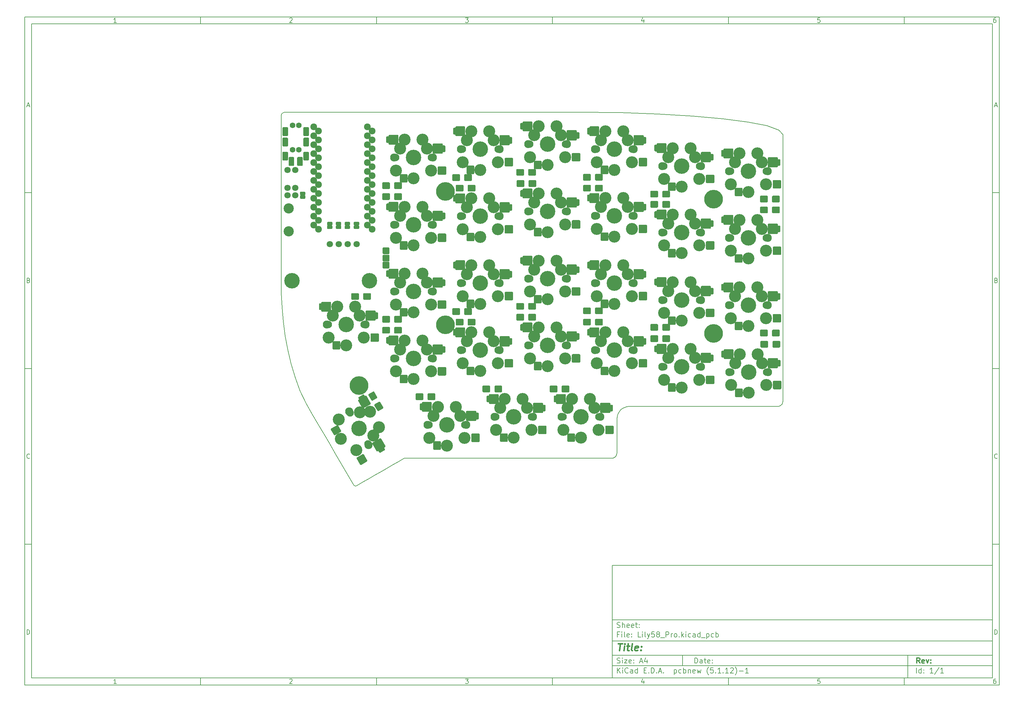
<source format=gts>
G04 #@! TF.GenerationSoftware,KiCad,Pcbnew,(5.1.12)-1*
G04 #@! TF.CreationDate,2021-12-08T11:34:33+00:00*
G04 #@! TF.ProjectId,Lily58_Pro,4c696c79-3538-45f5-9072-6f2e6b696361,rev?*
G04 #@! TF.SameCoordinates,Original*
G04 #@! TF.FileFunction,Soldermask,Top*
G04 #@! TF.FilePolarity,Negative*
%FSLAX46Y46*%
G04 Gerber Fmt 4.6, Leading zero omitted, Abs format (unit mm)*
G04 Created by KiCad (PCBNEW (5.1.12)-1) date 2021-12-08 11:34:33*
%MOMM*%
%LPD*%
G01*
G04 APERTURE LIST*
%ADD10C,0.100000*%
%ADD11C,0.150000*%
%ADD12C,0.300000*%
%ADD13C,0.400000*%
G04 #@! TA.AperFunction,Profile*
%ADD14C,0.200000*%
G04 #@! TD*
%ADD15C,1.600000*%
%ADD16C,3.400000*%
%ADD17C,0.500000*%
%ADD18C,4.400000*%
%ADD19C,2.300000*%
%ADD20C,2.100000*%
%ADD21C,1.924000*%
%ADD22C,5.300000*%
%ADD23C,1.797000*%
%ADD24C,2.900000*%
G04 APERTURE END LIST*
D10*
D11*
X177002200Y-166007200D02*
X177002200Y-198007200D01*
X285002200Y-198007200D01*
X285002200Y-166007200D01*
X177002200Y-166007200D01*
D10*
D11*
X10000000Y-10000000D02*
X10000000Y-200007200D01*
X287002200Y-200007200D01*
X287002200Y-10000000D01*
X10000000Y-10000000D01*
D10*
D11*
X12000000Y-12000000D02*
X12000000Y-198007200D01*
X285002200Y-198007200D01*
X285002200Y-12000000D01*
X12000000Y-12000000D01*
D10*
D11*
X60000000Y-12000000D02*
X60000000Y-10000000D01*
D10*
D11*
X110000000Y-12000000D02*
X110000000Y-10000000D01*
D10*
D11*
X160000000Y-12000000D02*
X160000000Y-10000000D01*
D10*
D11*
X210000000Y-12000000D02*
X210000000Y-10000000D01*
D10*
D11*
X260000000Y-12000000D02*
X260000000Y-10000000D01*
D10*
D11*
X36065476Y-11588095D02*
X35322619Y-11588095D01*
X35694047Y-11588095D02*
X35694047Y-10288095D01*
X35570238Y-10473809D01*
X35446428Y-10597619D01*
X35322619Y-10659523D01*
D10*
D11*
X85322619Y-10411904D02*
X85384523Y-10350000D01*
X85508333Y-10288095D01*
X85817857Y-10288095D01*
X85941666Y-10350000D01*
X86003571Y-10411904D01*
X86065476Y-10535714D01*
X86065476Y-10659523D01*
X86003571Y-10845238D01*
X85260714Y-11588095D01*
X86065476Y-11588095D01*
D10*
D11*
X135260714Y-10288095D02*
X136065476Y-10288095D01*
X135632142Y-10783333D01*
X135817857Y-10783333D01*
X135941666Y-10845238D01*
X136003571Y-10907142D01*
X136065476Y-11030952D01*
X136065476Y-11340476D01*
X136003571Y-11464285D01*
X135941666Y-11526190D01*
X135817857Y-11588095D01*
X135446428Y-11588095D01*
X135322619Y-11526190D01*
X135260714Y-11464285D01*
D10*
D11*
X185941666Y-10721428D02*
X185941666Y-11588095D01*
X185632142Y-10226190D02*
X185322619Y-11154761D01*
X186127380Y-11154761D01*
D10*
D11*
X236003571Y-10288095D02*
X235384523Y-10288095D01*
X235322619Y-10907142D01*
X235384523Y-10845238D01*
X235508333Y-10783333D01*
X235817857Y-10783333D01*
X235941666Y-10845238D01*
X236003571Y-10907142D01*
X236065476Y-11030952D01*
X236065476Y-11340476D01*
X236003571Y-11464285D01*
X235941666Y-11526190D01*
X235817857Y-11588095D01*
X235508333Y-11588095D01*
X235384523Y-11526190D01*
X235322619Y-11464285D01*
D10*
D11*
X285941666Y-10288095D02*
X285694047Y-10288095D01*
X285570238Y-10350000D01*
X285508333Y-10411904D01*
X285384523Y-10597619D01*
X285322619Y-10845238D01*
X285322619Y-11340476D01*
X285384523Y-11464285D01*
X285446428Y-11526190D01*
X285570238Y-11588095D01*
X285817857Y-11588095D01*
X285941666Y-11526190D01*
X286003571Y-11464285D01*
X286065476Y-11340476D01*
X286065476Y-11030952D01*
X286003571Y-10907142D01*
X285941666Y-10845238D01*
X285817857Y-10783333D01*
X285570238Y-10783333D01*
X285446428Y-10845238D01*
X285384523Y-10907142D01*
X285322619Y-11030952D01*
D10*
D11*
X60000000Y-198007200D02*
X60000000Y-200007200D01*
D10*
D11*
X110000000Y-198007200D02*
X110000000Y-200007200D01*
D10*
D11*
X160000000Y-198007200D02*
X160000000Y-200007200D01*
D10*
D11*
X210000000Y-198007200D02*
X210000000Y-200007200D01*
D10*
D11*
X260000000Y-198007200D02*
X260000000Y-200007200D01*
D10*
D11*
X36065476Y-199595295D02*
X35322619Y-199595295D01*
X35694047Y-199595295D02*
X35694047Y-198295295D01*
X35570238Y-198481009D01*
X35446428Y-198604819D01*
X35322619Y-198666723D01*
D10*
D11*
X85322619Y-198419104D02*
X85384523Y-198357200D01*
X85508333Y-198295295D01*
X85817857Y-198295295D01*
X85941666Y-198357200D01*
X86003571Y-198419104D01*
X86065476Y-198542914D01*
X86065476Y-198666723D01*
X86003571Y-198852438D01*
X85260714Y-199595295D01*
X86065476Y-199595295D01*
D10*
D11*
X135260714Y-198295295D02*
X136065476Y-198295295D01*
X135632142Y-198790533D01*
X135817857Y-198790533D01*
X135941666Y-198852438D01*
X136003571Y-198914342D01*
X136065476Y-199038152D01*
X136065476Y-199347676D01*
X136003571Y-199471485D01*
X135941666Y-199533390D01*
X135817857Y-199595295D01*
X135446428Y-199595295D01*
X135322619Y-199533390D01*
X135260714Y-199471485D01*
D10*
D11*
X185941666Y-198728628D02*
X185941666Y-199595295D01*
X185632142Y-198233390D02*
X185322619Y-199161961D01*
X186127380Y-199161961D01*
D10*
D11*
X236003571Y-198295295D02*
X235384523Y-198295295D01*
X235322619Y-198914342D01*
X235384523Y-198852438D01*
X235508333Y-198790533D01*
X235817857Y-198790533D01*
X235941666Y-198852438D01*
X236003571Y-198914342D01*
X236065476Y-199038152D01*
X236065476Y-199347676D01*
X236003571Y-199471485D01*
X235941666Y-199533390D01*
X235817857Y-199595295D01*
X235508333Y-199595295D01*
X235384523Y-199533390D01*
X235322619Y-199471485D01*
D10*
D11*
X285941666Y-198295295D02*
X285694047Y-198295295D01*
X285570238Y-198357200D01*
X285508333Y-198419104D01*
X285384523Y-198604819D01*
X285322619Y-198852438D01*
X285322619Y-199347676D01*
X285384523Y-199471485D01*
X285446428Y-199533390D01*
X285570238Y-199595295D01*
X285817857Y-199595295D01*
X285941666Y-199533390D01*
X286003571Y-199471485D01*
X286065476Y-199347676D01*
X286065476Y-199038152D01*
X286003571Y-198914342D01*
X285941666Y-198852438D01*
X285817857Y-198790533D01*
X285570238Y-198790533D01*
X285446428Y-198852438D01*
X285384523Y-198914342D01*
X285322619Y-199038152D01*
D10*
D11*
X10000000Y-60000000D02*
X12000000Y-60000000D01*
D10*
D11*
X10000000Y-110000000D02*
X12000000Y-110000000D01*
D10*
D11*
X10000000Y-160000000D02*
X12000000Y-160000000D01*
D10*
D11*
X10690476Y-35216666D02*
X11309523Y-35216666D01*
X10566666Y-35588095D02*
X11000000Y-34288095D01*
X11433333Y-35588095D01*
D10*
D11*
X11092857Y-84907142D02*
X11278571Y-84969047D01*
X11340476Y-85030952D01*
X11402380Y-85154761D01*
X11402380Y-85340476D01*
X11340476Y-85464285D01*
X11278571Y-85526190D01*
X11154761Y-85588095D01*
X10659523Y-85588095D01*
X10659523Y-84288095D01*
X11092857Y-84288095D01*
X11216666Y-84350000D01*
X11278571Y-84411904D01*
X11340476Y-84535714D01*
X11340476Y-84659523D01*
X11278571Y-84783333D01*
X11216666Y-84845238D01*
X11092857Y-84907142D01*
X10659523Y-84907142D01*
D10*
D11*
X11402380Y-135464285D02*
X11340476Y-135526190D01*
X11154761Y-135588095D01*
X11030952Y-135588095D01*
X10845238Y-135526190D01*
X10721428Y-135402380D01*
X10659523Y-135278571D01*
X10597619Y-135030952D01*
X10597619Y-134845238D01*
X10659523Y-134597619D01*
X10721428Y-134473809D01*
X10845238Y-134350000D01*
X11030952Y-134288095D01*
X11154761Y-134288095D01*
X11340476Y-134350000D01*
X11402380Y-134411904D01*
D10*
D11*
X10659523Y-185588095D02*
X10659523Y-184288095D01*
X10969047Y-184288095D01*
X11154761Y-184350000D01*
X11278571Y-184473809D01*
X11340476Y-184597619D01*
X11402380Y-184845238D01*
X11402380Y-185030952D01*
X11340476Y-185278571D01*
X11278571Y-185402380D01*
X11154761Y-185526190D01*
X10969047Y-185588095D01*
X10659523Y-185588095D01*
D10*
D11*
X287002200Y-60000000D02*
X285002200Y-60000000D01*
D10*
D11*
X287002200Y-110000000D02*
X285002200Y-110000000D01*
D10*
D11*
X287002200Y-160000000D02*
X285002200Y-160000000D01*
D10*
D11*
X285692676Y-35216666D02*
X286311723Y-35216666D01*
X285568866Y-35588095D02*
X286002200Y-34288095D01*
X286435533Y-35588095D01*
D10*
D11*
X286095057Y-84907142D02*
X286280771Y-84969047D01*
X286342676Y-85030952D01*
X286404580Y-85154761D01*
X286404580Y-85340476D01*
X286342676Y-85464285D01*
X286280771Y-85526190D01*
X286156961Y-85588095D01*
X285661723Y-85588095D01*
X285661723Y-84288095D01*
X286095057Y-84288095D01*
X286218866Y-84350000D01*
X286280771Y-84411904D01*
X286342676Y-84535714D01*
X286342676Y-84659523D01*
X286280771Y-84783333D01*
X286218866Y-84845238D01*
X286095057Y-84907142D01*
X285661723Y-84907142D01*
D10*
D11*
X286404580Y-135464285D02*
X286342676Y-135526190D01*
X286156961Y-135588095D01*
X286033152Y-135588095D01*
X285847438Y-135526190D01*
X285723628Y-135402380D01*
X285661723Y-135278571D01*
X285599819Y-135030952D01*
X285599819Y-134845238D01*
X285661723Y-134597619D01*
X285723628Y-134473809D01*
X285847438Y-134350000D01*
X286033152Y-134288095D01*
X286156961Y-134288095D01*
X286342676Y-134350000D01*
X286404580Y-134411904D01*
D10*
D11*
X285661723Y-185588095D02*
X285661723Y-184288095D01*
X285971247Y-184288095D01*
X286156961Y-184350000D01*
X286280771Y-184473809D01*
X286342676Y-184597619D01*
X286404580Y-184845238D01*
X286404580Y-185030952D01*
X286342676Y-185278571D01*
X286280771Y-185402380D01*
X286156961Y-185526190D01*
X285971247Y-185588095D01*
X285661723Y-185588095D01*
D10*
D11*
X200434342Y-193785771D02*
X200434342Y-192285771D01*
X200791485Y-192285771D01*
X201005771Y-192357200D01*
X201148628Y-192500057D01*
X201220057Y-192642914D01*
X201291485Y-192928628D01*
X201291485Y-193142914D01*
X201220057Y-193428628D01*
X201148628Y-193571485D01*
X201005771Y-193714342D01*
X200791485Y-193785771D01*
X200434342Y-193785771D01*
X202577200Y-193785771D02*
X202577200Y-193000057D01*
X202505771Y-192857200D01*
X202362914Y-192785771D01*
X202077200Y-192785771D01*
X201934342Y-192857200D01*
X202577200Y-193714342D02*
X202434342Y-193785771D01*
X202077200Y-193785771D01*
X201934342Y-193714342D01*
X201862914Y-193571485D01*
X201862914Y-193428628D01*
X201934342Y-193285771D01*
X202077200Y-193214342D01*
X202434342Y-193214342D01*
X202577200Y-193142914D01*
X203077200Y-192785771D02*
X203648628Y-192785771D01*
X203291485Y-192285771D02*
X203291485Y-193571485D01*
X203362914Y-193714342D01*
X203505771Y-193785771D01*
X203648628Y-193785771D01*
X204720057Y-193714342D02*
X204577200Y-193785771D01*
X204291485Y-193785771D01*
X204148628Y-193714342D01*
X204077200Y-193571485D01*
X204077200Y-193000057D01*
X204148628Y-192857200D01*
X204291485Y-192785771D01*
X204577200Y-192785771D01*
X204720057Y-192857200D01*
X204791485Y-193000057D01*
X204791485Y-193142914D01*
X204077200Y-193285771D01*
X205434342Y-193642914D02*
X205505771Y-193714342D01*
X205434342Y-193785771D01*
X205362914Y-193714342D01*
X205434342Y-193642914D01*
X205434342Y-193785771D01*
X205434342Y-192857200D02*
X205505771Y-192928628D01*
X205434342Y-193000057D01*
X205362914Y-192928628D01*
X205434342Y-192857200D01*
X205434342Y-193000057D01*
D10*
D11*
X177002200Y-194507200D02*
X285002200Y-194507200D01*
D10*
D11*
X178434342Y-196585771D02*
X178434342Y-195085771D01*
X179291485Y-196585771D02*
X178648628Y-195728628D01*
X179291485Y-195085771D02*
X178434342Y-195942914D01*
X179934342Y-196585771D02*
X179934342Y-195585771D01*
X179934342Y-195085771D02*
X179862914Y-195157200D01*
X179934342Y-195228628D01*
X180005771Y-195157200D01*
X179934342Y-195085771D01*
X179934342Y-195228628D01*
X181505771Y-196442914D02*
X181434342Y-196514342D01*
X181220057Y-196585771D01*
X181077200Y-196585771D01*
X180862914Y-196514342D01*
X180720057Y-196371485D01*
X180648628Y-196228628D01*
X180577200Y-195942914D01*
X180577200Y-195728628D01*
X180648628Y-195442914D01*
X180720057Y-195300057D01*
X180862914Y-195157200D01*
X181077200Y-195085771D01*
X181220057Y-195085771D01*
X181434342Y-195157200D01*
X181505771Y-195228628D01*
X182791485Y-196585771D02*
X182791485Y-195800057D01*
X182720057Y-195657200D01*
X182577200Y-195585771D01*
X182291485Y-195585771D01*
X182148628Y-195657200D01*
X182791485Y-196514342D02*
X182648628Y-196585771D01*
X182291485Y-196585771D01*
X182148628Y-196514342D01*
X182077200Y-196371485D01*
X182077200Y-196228628D01*
X182148628Y-196085771D01*
X182291485Y-196014342D01*
X182648628Y-196014342D01*
X182791485Y-195942914D01*
X184148628Y-196585771D02*
X184148628Y-195085771D01*
X184148628Y-196514342D02*
X184005771Y-196585771D01*
X183720057Y-196585771D01*
X183577200Y-196514342D01*
X183505771Y-196442914D01*
X183434342Y-196300057D01*
X183434342Y-195871485D01*
X183505771Y-195728628D01*
X183577200Y-195657200D01*
X183720057Y-195585771D01*
X184005771Y-195585771D01*
X184148628Y-195657200D01*
X186005771Y-195800057D02*
X186505771Y-195800057D01*
X186720057Y-196585771D02*
X186005771Y-196585771D01*
X186005771Y-195085771D01*
X186720057Y-195085771D01*
X187362914Y-196442914D02*
X187434342Y-196514342D01*
X187362914Y-196585771D01*
X187291485Y-196514342D01*
X187362914Y-196442914D01*
X187362914Y-196585771D01*
X188077200Y-196585771D02*
X188077200Y-195085771D01*
X188434342Y-195085771D01*
X188648628Y-195157200D01*
X188791485Y-195300057D01*
X188862914Y-195442914D01*
X188934342Y-195728628D01*
X188934342Y-195942914D01*
X188862914Y-196228628D01*
X188791485Y-196371485D01*
X188648628Y-196514342D01*
X188434342Y-196585771D01*
X188077200Y-196585771D01*
X189577200Y-196442914D02*
X189648628Y-196514342D01*
X189577200Y-196585771D01*
X189505771Y-196514342D01*
X189577200Y-196442914D01*
X189577200Y-196585771D01*
X190220057Y-196157200D02*
X190934342Y-196157200D01*
X190077200Y-196585771D02*
X190577200Y-195085771D01*
X191077200Y-196585771D01*
X191577200Y-196442914D02*
X191648628Y-196514342D01*
X191577200Y-196585771D01*
X191505771Y-196514342D01*
X191577200Y-196442914D01*
X191577200Y-196585771D01*
X194577200Y-195585771D02*
X194577200Y-197085771D01*
X194577200Y-195657200D02*
X194720057Y-195585771D01*
X195005771Y-195585771D01*
X195148628Y-195657200D01*
X195220057Y-195728628D01*
X195291485Y-195871485D01*
X195291485Y-196300057D01*
X195220057Y-196442914D01*
X195148628Y-196514342D01*
X195005771Y-196585771D01*
X194720057Y-196585771D01*
X194577200Y-196514342D01*
X196577200Y-196514342D02*
X196434342Y-196585771D01*
X196148628Y-196585771D01*
X196005771Y-196514342D01*
X195934342Y-196442914D01*
X195862914Y-196300057D01*
X195862914Y-195871485D01*
X195934342Y-195728628D01*
X196005771Y-195657200D01*
X196148628Y-195585771D01*
X196434342Y-195585771D01*
X196577200Y-195657200D01*
X197220057Y-196585771D02*
X197220057Y-195085771D01*
X197220057Y-195657200D02*
X197362914Y-195585771D01*
X197648628Y-195585771D01*
X197791485Y-195657200D01*
X197862914Y-195728628D01*
X197934342Y-195871485D01*
X197934342Y-196300057D01*
X197862914Y-196442914D01*
X197791485Y-196514342D01*
X197648628Y-196585771D01*
X197362914Y-196585771D01*
X197220057Y-196514342D01*
X198577200Y-195585771D02*
X198577200Y-196585771D01*
X198577200Y-195728628D02*
X198648628Y-195657200D01*
X198791485Y-195585771D01*
X199005771Y-195585771D01*
X199148628Y-195657200D01*
X199220057Y-195800057D01*
X199220057Y-196585771D01*
X200505771Y-196514342D02*
X200362914Y-196585771D01*
X200077200Y-196585771D01*
X199934342Y-196514342D01*
X199862914Y-196371485D01*
X199862914Y-195800057D01*
X199934342Y-195657200D01*
X200077200Y-195585771D01*
X200362914Y-195585771D01*
X200505771Y-195657200D01*
X200577200Y-195800057D01*
X200577200Y-195942914D01*
X199862914Y-196085771D01*
X201077200Y-195585771D02*
X201362914Y-196585771D01*
X201648628Y-195871485D01*
X201934342Y-196585771D01*
X202220057Y-195585771D01*
X204362914Y-197157200D02*
X204291485Y-197085771D01*
X204148628Y-196871485D01*
X204077200Y-196728628D01*
X204005771Y-196514342D01*
X203934342Y-196157200D01*
X203934342Y-195871485D01*
X204005771Y-195514342D01*
X204077200Y-195300057D01*
X204148628Y-195157200D01*
X204291485Y-194942914D01*
X204362914Y-194871485D01*
X205648628Y-195085771D02*
X204934342Y-195085771D01*
X204862914Y-195800057D01*
X204934342Y-195728628D01*
X205077200Y-195657200D01*
X205434342Y-195657200D01*
X205577200Y-195728628D01*
X205648628Y-195800057D01*
X205720057Y-195942914D01*
X205720057Y-196300057D01*
X205648628Y-196442914D01*
X205577200Y-196514342D01*
X205434342Y-196585771D01*
X205077200Y-196585771D01*
X204934342Y-196514342D01*
X204862914Y-196442914D01*
X206362914Y-196442914D02*
X206434342Y-196514342D01*
X206362914Y-196585771D01*
X206291485Y-196514342D01*
X206362914Y-196442914D01*
X206362914Y-196585771D01*
X207862914Y-196585771D02*
X207005771Y-196585771D01*
X207434342Y-196585771D02*
X207434342Y-195085771D01*
X207291485Y-195300057D01*
X207148628Y-195442914D01*
X207005771Y-195514342D01*
X208505771Y-196442914D02*
X208577200Y-196514342D01*
X208505771Y-196585771D01*
X208434342Y-196514342D01*
X208505771Y-196442914D01*
X208505771Y-196585771D01*
X210005771Y-196585771D02*
X209148628Y-196585771D01*
X209577200Y-196585771D02*
X209577200Y-195085771D01*
X209434342Y-195300057D01*
X209291485Y-195442914D01*
X209148628Y-195514342D01*
X210577200Y-195228628D02*
X210648628Y-195157200D01*
X210791485Y-195085771D01*
X211148628Y-195085771D01*
X211291485Y-195157200D01*
X211362914Y-195228628D01*
X211434342Y-195371485D01*
X211434342Y-195514342D01*
X211362914Y-195728628D01*
X210505771Y-196585771D01*
X211434342Y-196585771D01*
X211934342Y-197157200D02*
X212005771Y-197085771D01*
X212148628Y-196871485D01*
X212220057Y-196728628D01*
X212291485Y-196514342D01*
X212362914Y-196157200D01*
X212362914Y-195871485D01*
X212291485Y-195514342D01*
X212220057Y-195300057D01*
X212148628Y-195157200D01*
X212005771Y-194942914D01*
X211934342Y-194871485D01*
X213077200Y-196014342D02*
X214220057Y-196014342D01*
X215720057Y-196585771D02*
X214862914Y-196585771D01*
X215291485Y-196585771D02*
X215291485Y-195085771D01*
X215148628Y-195300057D01*
X215005771Y-195442914D01*
X214862914Y-195514342D01*
D10*
D11*
X177002200Y-191507200D02*
X285002200Y-191507200D01*
D10*
D12*
X264411485Y-193785771D02*
X263911485Y-193071485D01*
X263554342Y-193785771D02*
X263554342Y-192285771D01*
X264125771Y-192285771D01*
X264268628Y-192357200D01*
X264340057Y-192428628D01*
X264411485Y-192571485D01*
X264411485Y-192785771D01*
X264340057Y-192928628D01*
X264268628Y-193000057D01*
X264125771Y-193071485D01*
X263554342Y-193071485D01*
X265625771Y-193714342D02*
X265482914Y-193785771D01*
X265197200Y-193785771D01*
X265054342Y-193714342D01*
X264982914Y-193571485D01*
X264982914Y-193000057D01*
X265054342Y-192857200D01*
X265197200Y-192785771D01*
X265482914Y-192785771D01*
X265625771Y-192857200D01*
X265697200Y-193000057D01*
X265697200Y-193142914D01*
X264982914Y-193285771D01*
X266197200Y-192785771D02*
X266554342Y-193785771D01*
X266911485Y-192785771D01*
X267482914Y-193642914D02*
X267554342Y-193714342D01*
X267482914Y-193785771D01*
X267411485Y-193714342D01*
X267482914Y-193642914D01*
X267482914Y-193785771D01*
X267482914Y-192857200D02*
X267554342Y-192928628D01*
X267482914Y-193000057D01*
X267411485Y-192928628D01*
X267482914Y-192857200D01*
X267482914Y-193000057D01*
D10*
D11*
X178362914Y-193714342D02*
X178577200Y-193785771D01*
X178934342Y-193785771D01*
X179077200Y-193714342D01*
X179148628Y-193642914D01*
X179220057Y-193500057D01*
X179220057Y-193357200D01*
X179148628Y-193214342D01*
X179077200Y-193142914D01*
X178934342Y-193071485D01*
X178648628Y-193000057D01*
X178505771Y-192928628D01*
X178434342Y-192857200D01*
X178362914Y-192714342D01*
X178362914Y-192571485D01*
X178434342Y-192428628D01*
X178505771Y-192357200D01*
X178648628Y-192285771D01*
X179005771Y-192285771D01*
X179220057Y-192357200D01*
X179862914Y-193785771D02*
X179862914Y-192785771D01*
X179862914Y-192285771D02*
X179791485Y-192357200D01*
X179862914Y-192428628D01*
X179934342Y-192357200D01*
X179862914Y-192285771D01*
X179862914Y-192428628D01*
X180434342Y-192785771D02*
X181220057Y-192785771D01*
X180434342Y-193785771D01*
X181220057Y-193785771D01*
X182362914Y-193714342D02*
X182220057Y-193785771D01*
X181934342Y-193785771D01*
X181791485Y-193714342D01*
X181720057Y-193571485D01*
X181720057Y-193000057D01*
X181791485Y-192857200D01*
X181934342Y-192785771D01*
X182220057Y-192785771D01*
X182362914Y-192857200D01*
X182434342Y-193000057D01*
X182434342Y-193142914D01*
X181720057Y-193285771D01*
X183077200Y-193642914D02*
X183148628Y-193714342D01*
X183077200Y-193785771D01*
X183005771Y-193714342D01*
X183077200Y-193642914D01*
X183077200Y-193785771D01*
X183077200Y-192857200D02*
X183148628Y-192928628D01*
X183077200Y-193000057D01*
X183005771Y-192928628D01*
X183077200Y-192857200D01*
X183077200Y-193000057D01*
X184862914Y-193357200D02*
X185577200Y-193357200D01*
X184720057Y-193785771D02*
X185220057Y-192285771D01*
X185720057Y-193785771D01*
X186862914Y-192785771D02*
X186862914Y-193785771D01*
X186505771Y-192214342D02*
X186148628Y-193285771D01*
X187077200Y-193285771D01*
D10*
D11*
X263434342Y-196585771D02*
X263434342Y-195085771D01*
X264791485Y-196585771D02*
X264791485Y-195085771D01*
X264791485Y-196514342D02*
X264648628Y-196585771D01*
X264362914Y-196585771D01*
X264220057Y-196514342D01*
X264148628Y-196442914D01*
X264077200Y-196300057D01*
X264077200Y-195871485D01*
X264148628Y-195728628D01*
X264220057Y-195657200D01*
X264362914Y-195585771D01*
X264648628Y-195585771D01*
X264791485Y-195657200D01*
X265505771Y-196442914D02*
X265577200Y-196514342D01*
X265505771Y-196585771D01*
X265434342Y-196514342D01*
X265505771Y-196442914D01*
X265505771Y-196585771D01*
X265505771Y-195657200D02*
X265577200Y-195728628D01*
X265505771Y-195800057D01*
X265434342Y-195728628D01*
X265505771Y-195657200D01*
X265505771Y-195800057D01*
X268148628Y-196585771D02*
X267291485Y-196585771D01*
X267720057Y-196585771D02*
X267720057Y-195085771D01*
X267577200Y-195300057D01*
X267434342Y-195442914D01*
X267291485Y-195514342D01*
X269862914Y-195014342D02*
X268577200Y-196942914D01*
X271148628Y-196585771D02*
X270291485Y-196585771D01*
X270720057Y-196585771D02*
X270720057Y-195085771D01*
X270577200Y-195300057D01*
X270434342Y-195442914D01*
X270291485Y-195514342D01*
D10*
D11*
X177002200Y-187507200D02*
X285002200Y-187507200D01*
D10*
D13*
X178714580Y-188211961D02*
X179857438Y-188211961D01*
X179036009Y-190211961D02*
X179286009Y-188211961D01*
X180274104Y-190211961D02*
X180440771Y-188878628D01*
X180524104Y-188211961D02*
X180416961Y-188307200D01*
X180500295Y-188402438D01*
X180607438Y-188307200D01*
X180524104Y-188211961D01*
X180500295Y-188402438D01*
X181107438Y-188878628D02*
X181869342Y-188878628D01*
X181476485Y-188211961D02*
X181262200Y-189926247D01*
X181333628Y-190116723D01*
X181512200Y-190211961D01*
X181702676Y-190211961D01*
X182655057Y-190211961D02*
X182476485Y-190116723D01*
X182405057Y-189926247D01*
X182619342Y-188211961D01*
X184190771Y-190116723D02*
X183988390Y-190211961D01*
X183607438Y-190211961D01*
X183428866Y-190116723D01*
X183357438Y-189926247D01*
X183452676Y-189164342D01*
X183571723Y-188973866D01*
X183774104Y-188878628D01*
X184155057Y-188878628D01*
X184333628Y-188973866D01*
X184405057Y-189164342D01*
X184381247Y-189354819D01*
X183405057Y-189545295D01*
X185155057Y-190021485D02*
X185238390Y-190116723D01*
X185131247Y-190211961D01*
X185047914Y-190116723D01*
X185155057Y-190021485D01*
X185131247Y-190211961D01*
X185286009Y-188973866D02*
X185369342Y-189069104D01*
X185262200Y-189164342D01*
X185178866Y-189069104D01*
X185286009Y-188973866D01*
X185262200Y-189164342D01*
D10*
D11*
X178934342Y-185600057D02*
X178434342Y-185600057D01*
X178434342Y-186385771D02*
X178434342Y-184885771D01*
X179148628Y-184885771D01*
X179720057Y-186385771D02*
X179720057Y-185385771D01*
X179720057Y-184885771D02*
X179648628Y-184957200D01*
X179720057Y-185028628D01*
X179791485Y-184957200D01*
X179720057Y-184885771D01*
X179720057Y-185028628D01*
X180648628Y-186385771D02*
X180505771Y-186314342D01*
X180434342Y-186171485D01*
X180434342Y-184885771D01*
X181791485Y-186314342D02*
X181648628Y-186385771D01*
X181362914Y-186385771D01*
X181220057Y-186314342D01*
X181148628Y-186171485D01*
X181148628Y-185600057D01*
X181220057Y-185457200D01*
X181362914Y-185385771D01*
X181648628Y-185385771D01*
X181791485Y-185457200D01*
X181862914Y-185600057D01*
X181862914Y-185742914D01*
X181148628Y-185885771D01*
X182505771Y-186242914D02*
X182577200Y-186314342D01*
X182505771Y-186385771D01*
X182434342Y-186314342D01*
X182505771Y-186242914D01*
X182505771Y-186385771D01*
X182505771Y-185457200D02*
X182577200Y-185528628D01*
X182505771Y-185600057D01*
X182434342Y-185528628D01*
X182505771Y-185457200D01*
X182505771Y-185600057D01*
X185077200Y-186385771D02*
X184362914Y-186385771D01*
X184362914Y-184885771D01*
X185577200Y-186385771D02*
X185577200Y-185385771D01*
X185577200Y-184885771D02*
X185505771Y-184957200D01*
X185577200Y-185028628D01*
X185648628Y-184957200D01*
X185577200Y-184885771D01*
X185577200Y-185028628D01*
X186505771Y-186385771D02*
X186362914Y-186314342D01*
X186291485Y-186171485D01*
X186291485Y-184885771D01*
X186934342Y-185385771D02*
X187291485Y-186385771D01*
X187648628Y-185385771D02*
X187291485Y-186385771D01*
X187148628Y-186742914D01*
X187077200Y-186814342D01*
X186934342Y-186885771D01*
X188934342Y-184885771D02*
X188220057Y-184885771D01*
X188148628Y-185600057D01*
X188220057Y-185528628D01*
X188362914Y-185457200D01*
X188720057Y-185457200D01*
X188862914Y-185528628D01*
X188934342Y-185600057D01*
X189005771Y-185742914D01*
X189005771Y-186100057D01*
X188934342Y-186242914D01*
X188862914Y-186314342D01*
X188720057Y-186385771D01*
X188362914Y-186385771D01*
X188220057Y-186314342D01*
X188148628Y-186242914D01*
X189862914Y-185528628D02*
X189720057Y-185457200D01*
X189648628Y-185385771D01*
X189577200Y-185242914D01*
X189577200Y-185171485D01*
X189648628Y-185028628D01*
X189720057Y-184957200D01*
X189862914Y-184885771D01*
X190148628Y-184885771D01*
X190291485Y-184957200D01*
X190362914Y-185028628D01*
X190434342Y-185171485D01*
X190434342Y-185242914D01*
X190362914Y-185385771D01*
X190291485Y-185457200D01*
X190148628Y-185528628D01*
X189862914Y-185528628D01*
X189720057Y-185600057D01*
X189648628Y-185671485D01*
X189577200Y-185814342D01*
X189577200Y-186100057D01*
X189648628Y-186242914D01*
X189720057Y-186314342D01*
X189862914Y-186385771D01*
X190148628Y-186385771D01*
X190291485Y-186314342D01*
X190362914Y-186242914D01*
X190434342Y-186100057D01*
X190434342Y-185814342D01*
X190362914Y-185671485D01*
X190291485Y-185600057D01*
X190148628Y-185528628D01*
X190720057Y-186528628D02*
X191862914Y-186528628D01*
X192220057Y-186385771D02*
X192220057Y-184885771D01*
X192791485Y-184885771D01*
X192934342Y-184957200D01*
X193005771Y-185028628D01*
X193077200Y-185171485D01*
X193077200Y-185385771D01*
X193005771Y-185528628D01*
X192934342Y-185600057D01*
X192791485Y-185671485D01*
X192220057Y-185671485D01*
X193720057Y-186385771D02*
X193720057Y-185385771D01*
X193720057Y-185671485D02*
X193791485Y-185528628D01*
X193862914Y-185457200D01*
X194005771Y-185385771D01*
X194148628Y-185385771D01*
X194862914Y-186385771D02*
X194720057Y-186314342D01*
X194648628Y-186242914D01*
X194577200Y-186100057D01*
X194577200Y-185671485D01*
X194648628Y-185528628D01*
X194720057Y-185457200D01*
X194862914Y-185385771D01*
X195077200Y-185385771D01*
X195220057Y-185457200D01*
X195291485Y-185528628D01*
X195362914Y-185671485D01*
X195362914Y-186100057D01*
X195291485Y-186242914D01*
X195220057Y-186314342D01*
X195077200Y-186385771D01*
X194862914Y-186385771D01*
X196005771Y-186242914D02*
X196077200Y-186314342D01*
X196005771Y-186385771D01*
X195934342Y-186314342D01*
X196005771Y-186242914D01*
X196005771Y-186385771D01*
X196720057Y-186385771D02*
X196720057Y-184885771D01*
X196862914Y-185814342D02*
X197291485Y-186385771D01*
X197291485Y-185385771D02*
X196720057Y-185957200D01*
X197934342Y-186385771D02*
X197934342Y-185385771D01*
X197934342Y-184885771D02*
X197862914Y-184957200D01*
X197934342Y-185028628D01*
X198005771Y-184957200D01*
X197934342Y-184885771D01*
X197934342Y-185028628D01*
X199291485Y-186314342D02*
X199148628Y-186385771D01*
X198862914Y-186385771D01*
X198720057Y-186314342D01*
X198648628Y-186242914D01*
X198577200Y-186100057D01*
X198577200Y-185671485D01*
X198648628Y-185528628D01*
X198720057Y-185457200D01*
X198862914Y-185385771D01*
X199148628Y-185385771D01*
X199291485Y-185457200D01*
X200577200Y-186385771D02*
X200577200Y-185600057D01*
X200505771Y-185457200D01*
X200362914Y-185385771D01*
X200077200Y-185385771D01*
X199934342Y-185457200D01*
X200577200Y-186314342D02*
X200434342Y-186385771D01*
X200077200Y-186385771D01*
X199934342Y-186314342D01*
X199862914Y-186171485D01*
X199862914Y-186028628D01*
X199934342Y-185885771D01*
X200077200Y-185814342D01*
X200434342Y-185814342D01*
X200577200Y-185742914D01*
X201934342Y-186385771D02*
X201934342Y-184885771D01*
X201934342Y-186314342D02*
X201791485Y-186385771D01*
X201505771Y-186385771D01*
X201362914Y-186314342D01*
X201291485Y-186242914D01*
X201220057Y-186100057D01*
X201220057Y-185671485D01*
X201291485Y-185528628D01*
X201362914Y-185457200D01*
X201505771Y-185385771D01*
X201791485Y-185385771D01*
X201934342Y-185457200D01*
X202291485Y-186528628D02*
X203434342Y-186528628D01*
X203791485Y-185385771D02*
X203791485Y-186885771D01*
X203791485Y-185457200D02*
X203934342Y-185385771D01*
X204220057Y-185385771D01*
X204362914Y-185457200D01*
X204434342Y-185528628D01*
X204505771Y-185671485D01*
X204505771Y-186100057D01*
X204434342Y-186242914D01*
X204362914Y-186314342D01*
X204220057Y-186385771D01*
X203934342Y-186385771D01*
X203791485Y-186314342D01*
X205791485Y-186314342D02*
X205648628Y-186385771D01*
X205362914Y-186385771D01*
X205220057Y-186314342D01*
X205148628Y-186242914D01*
X205077200Y-186100057D01*
X205077200Y-185671485D01*
X205148628Y-185528628D01*
X205220057Y-185457200D01*
X205362914Y-185385771D01*
X205648628Y-185385771D01*
X205791485Y-185457200D01*
X206434342Y-186385771D02*
X206434342Y-184885771D01*
X206434342Y-185457200D02*
X206577200Y-185385771D01*
X206862914Y-185385771D01*
X207005771Y-185457200D01*
X207077200Y-185528628D01*
X207148628Y-185671485D01*
X207148628Y-186100057D01*
X207077200Y-186242914D01*
X207005771Y-186314342D01*
X206862914Y-186385771D01*
X206577200Y-186385771D01*
X206434342Y-186314342D01*
D10*
D11*
X177002200Y-181507200D02*
X285002200Y-181507200D01*
D10*
D11*
X178362914Y-183614342D02*
X178577200Y-183685771D01*
X178934342Y-183685771D01*
X179077200Y-183614342D01*
X179148628Y-183542914D01*
X179220057Y-183400057D01*
X179220057Y-183257200D01*
X179148628Y-183114342D01*
X179077200Y-183042914D01*
X178934342Y-182971485D01*
X178648628Y-182900057D01*
X178505771Y-182828628D01*
X178434342Y-182757200D01*
X178362914Y-182614342D01*
X178362914Y-182471485D01*
X178434342Y-182328628D01*
X178505771Y-182257200D01*
X178648628Y-182185771D01*
X179005771Y-182185771D01*
X179220057Y-182257200D01*
X179862914Y-183685771D02*
X179862914Y-182185771D01*
X180505771Y-183685771D02*
X180505771Y-182900057D01*
X180434342Y-182757200D01*
X180291485Y-182685771D01*
X180077200Y-182685771D01*
X179934342Y-182757200D01*
X179862914Y-182828628D01*
X181791485Y-183614342D02*
X181648628Y-183685771D01*
X181362914Y-183685771D01*
X181220057Y-183614342D01*
X181148628Y-183471485D01*
X181148628Y-182900057D01*
X181220057Y-182757200D01*
X181362914Y-182685771D01*
X181648628Y-182685771D01*
X181791485Y-182757200D01*
X181862914Y-182900057D01*
X181862914Y-183042914D01*
X181148628Y-183185771D01*
X183077200Y-183614342D02*
X182934342Y-183685771D01*
X182648628Y-183685771D01*
X182505771Y-183614342D01*
X182434342Y-183471485D01*
X182434342Y-182900057D01*
X182505771Y-182757200D01*
X182648628Y-182685771D01*
X182934342Y-182685771D01*
X183077200Y-182757200D01*
X183148628Y-182900057D01*
X183148628Y-183042914D01*
X182434342Y-183185771D01*
X183577200Y-182685771D02*
X184148628Y-182685771D01*
X183791485Y-182185771D02*
X183791485Y-183471485D01*
X183862914Y-183614342D01*
X184005771Y-183685771D01*
X184148628Y-183685771D01*
X184648628Y-183542914D02*
X184720057Y-183614342D01*
X184648628Y-183685771D01*
X184577200Y-183614342D01*
X184648628Y-183542914D01*
X184648628Y-183685771D01*
X184648628Y-182757200D02*
X184720057Y-182828628D01*
X184648628Y-182900057D01*
X184577200Y-182828628D01*
X184648628Y-182757200D01*
X184648628Y-182900057D01*
D10*
D11*
X197002200Y-191507200D02*
X197002200Y-194507200D01*
D10*
D11*
X261002200Y-191507200D02*
X261002200Y-198007200D01*
D14*
X116186619Y-136480784D02*
X117862313Y-135510645D01*
X114510925Y-137450923D02*
X116186619Y-136480784D01*
X82937528Y-50750629D02*
X82937528Y-44443695D01*
X82937528Y-57057562D02*
X82937528Y-50750629D01*
X115211711Y-37086762D02*
X104803877Y-37086762D01*
X218692418Y-120789735D02*
X223959999Y-120789735D01*
X213424836Y-120789735D02*
X218692418Y-120789735D01*
X208157255Y-120789735D02*
X213424836Y-120789735D01*
X202889673Y-120789735D02*
X208157255Y-120789735D01*
X197622092Y-120789735D02*
X202889673Y-120789735D01*
X192354511Y-120789735D02*
X197622092Y-120789735D01*
X187086929Y-120789735D02*
X192354511Y-120789735D01*
X181819348Y-120789735D02*
X187086929Y-120789735D01*
X181113524Y-120860778D02*
X181819348Y-120789735D01*
X180456326Y-121064561D02*
X181113524Y-120860778D01*
X179861773Y-121387065D02*
X180456326Y-121064561D01*
X179343884Y-121814271D02*
X179861773Y-121387065D01*
X178916678Y-122332160D02*
X179343884Y-121814271D01*
X178594174Y-122926713D02*
X178916678Y-122332160D01*
X178390391Y-123583911D02*
X178594174Y-122926713D01*
X178319348Y-124289735D02*
X178390391Y-123583911D01*
X199807654Y-38170488D02*
X189919538Y-37585374D01*
X208420758Y-38945561D02*
X199807654Y-38170488D01*
X215525697Y-39885159D02*
X208420758Y-38945561D01*
X220889319Y-40963847D02*
X215525697Y-39885159D01*
X178989563Y-37215654D02*
X167250881Y-37086762D01*
X189919538Y-37585374D02*
X178989563Y-37215654D01*
X177658308Y-135255660D02*
X177403500Y-135393876D01*
X177880261Y-135072571D02*
X177658308Y-135255660D01*
X178063349Y-134850619D02*
X177880261Y-135072571D01*
X178201565Y-134595810D02*
X178063349Y-134850619D01*
X178288901Y-134314154D02*
X178201565Y-134595810D01*
X178319348Y-134011658D02*
X178288901Y-134314154D01*
X225460000Y-52918378D02*
X225460000Y-62400000D01*
X225460000Y-43436755D02*
X225460000Y-52918378D01*
X82937528Y-69671429D02*
X82937528Y-63364495D01*
X82937528Y-75978362D02*
X82937528Y-69671429D01*
X82937528Y-82285296D02*
X82937528Y-75978362D01*
X82937528Y-88592229D02*
X82937528Y-82285296D01*
X104803877Y-37086762D02*
X94396044Y-37086762D01*
X125619545Y-37086762D02*
X115211711Y-37086762D01*
X136027379Y-37086762D02*
X125619545Y-37086762D01*
X146435213Y-37086762D02*
X136027379Y-37086762D01*
X156843047Y-37086762D02*
X146435213Y-37086762D01*
X167250881Y-37086762D02*
X156843047Y-37086762D01*
X83400937Y-37265961D02*
X83579303Y-37169210D01*
X83245570Y-37394123D02*
X83400937Y-37265961D01*
X83117409Y-37549489D02*
X83245570Y-37394123D01*
X83020657Y-37727855D02*
X83117409Y-37549489D01*
X82959523Y-37925015D02*
X83020657Y-37727855D01*
X82938210Y-38136762D02*
X82959523Y-37925015D01*
X83776462Y-37108075D02*
X83988210Y-37086762D01*
X83579303Y-37169210D02*
X83776462Y-37108075D01*
X94396044Y-37086762D02*
X83988210Y-37086762D01*
X82937528Y-63364495D02*
X82937528Y-57057562D01*
X82937528Y-44443695D02*
X82937528Y-38136762D01*
X88291758Y-116318073D02*
X89993333Y-119989540D01*
X86863105Y-112530670D02*
X88291758Y-116318073D01*
X85688004Y-108649127D02*
X86863105Y-112530670D01*
X84747083Y-104695246D02*
X85688004Y-108649127D01*
X84020972Y-100690825D02*
X84747083Y-104695246D01*
X83490297Y-96657663D02*
X84020972Y-100690825D01*
X83135690Y-92617561D02*
X83490297Y-96657663D01*
X82937777Y-88592317D02*
X83135690Y-92617561D01*
X104288864Y-143357278D02*
X104456758Y-143271756D01*
X104130206Y-143404468D02*
X104288864Y-143357278D01*
X103981252Y-143413974D02*
X104130206Y-143404468D01*
X103842470Y-143386445D02*
X103981252Y-143413974D01*
X103714328Y-143322532D02*
X103842470Y-143386445D01*
X103597295Y-143222884D02*
X103714328Y-143322532D01*
X103491837Y-143088150D02*
X103597295Y-143222884D01*
X103398425Y-142918979D02*
X103491837Y-143088150D01*
X112835230Y-138421062D02*
X114510925Y-137450923D01*
X111159536Y-139391201D02*
X112835230Y-138421062D01*
X109483841Y-140361340D02*
X111159536Y-139391201D01*
X107808147Y-141331479D02*
X109483841Y-140361340D01*
X106132452Y-142301617D02*
X107808147Y-141331479D01*
X104456758Y-143271756D02*
X106132452Y-142301617D01*
X101722730Y-140052659D02*
X103398425Y-142918979D01*
X100047036Y-137186340D02*
X101722730Y-140052659D01*
X98371341Y-134320020D02*
X100047036Y-137186340D01*
X96695647Y-131453701D02*
X98371341Y-134320020D01*
X95019952Y-128587381D02*
X96695647Y-131453701D01*
X93344258Y-125721062D02*
X95019952Y-128587381D01*
X91668563Y-122854742D02*
X93344258Y-125721062D01*
X89992869Y-119988423D02*
X91668563Y-122854742D01*
X169449826Y-135511658D02*
X176819348Y-135511658D01*
X162080304Y-135511658D02*
X169449826Y-135511658D01*
X154710782Y-135511658D02*
X162080304Y-135511658D01*
X147341260Y-135511658D02*
X154710782Y-135511658D01*
X139971738Y-135511658D02*
X147341260Y-135511658D01*
X132602217Y-135511658D02*
X139971738Y-135511658D01*
X125232695Y-135511658D02*
X132602217Y-135511658D01*
X117863173Y-135511658D02*
X125232695Y-135511658D01*
X178319348Y-132816013D02*
X178319348Y-134011658D01*
X178319348Y-131597973D02*
X178319348Y-132816013D01*
X178319348Y-130379933D02*
X178319348Y-131597973D01*
X178319348Y-129161894D02*
X178319348Y-130379933D01*
X178319348Y-127943854D02*
X178319348Y-129161894D01*
X178319348Y-126725814D02*
X178319348Y-127943854D01*
X178319348Y-125507775D02*
X178319348Y-126725814D01*
X178319348Y-124289735D02*
X178319348Y-125507775D01*
X177121844Y-135481211D02*
X176819348Y-135511658D01*
X177403500Y-135393876D02*
X177121844Y-135481211D01*
X224278471Y-42156190D02*
X220889319Y-40963847D01*
X225460000Y-43436755D02*
X224278471Y-42156190D01*
X224262495Y-120759288D02*
X223959999Y-120789735D01*
X224544152Y-120671952D02*
X224262495Y-120759288D01*
X224798960Y-120533736D02*
X224544152Y-120671952D01*
X225020912Y-120350648D02*
X224798960Y-120533736D01*
X225204001Y-120128696D02*
X225020912Y-120350648D01*
X225342217Y-119873887D02*
X225204001Y-120128696D01*
X225429552Y-119592231D02*
X225342217Y-119873887D01*
X225459999Y-119289735D02*
X225429552Y-119592231D01*
X225460000Y-109808112D02*
X225460000Y-119289735D01*
X225460000Y-100326490D02*
X225460000Y-109808112D01*
X225460000Y-90844867D02*
X225460000Y-100326490D01*
X225460000Y-81363245D02*
X225460000Y-90844867D01*
X225460000Y-71881623D02*
X225460000Y-81363245D01*
X225460000Y-62400000D02*
X225460000Y-71881623D01*
D15*
X86150000Y-47800000D03*
X86150000Y-40800000D03*
G36*
G01*
X83250000Y-50650000D02*
X83250000Y-48550000D01*
G75*
G02*
X83450000Y-48350000I200000J0D01*
G01*
X84650000Y-48350000D01*
G75*
G02*
X84850000Y-48550000I0J-200000D01*
G01*
X84850000Y-50650000D01*
G75*
G02*
X84650000Y-50850000I-200000J0D01*
G01*
X83450000Y-50850000D01*
G75*
G02*
X83250000Y-50650000I0J200000D01*
G01*
G37*
G36*
G01*
X87450000Y-52150000D02*
X87450000Y-50050000D01*
G75*
G02*
X87650000Y-49850000I200000J0D01*
G01*
X88850000Y-49850000D01*
G75*
G02*
X89050000Y-50050000I0J-200000D01*
G01*
X89050000Y-52150000D01*
G75*
G02*
X88850000Y-52350000I-200000J0D01*
G01*
X87650000Y-52350000D01*
G75*
G02*
X87450000Y-52150000I0J200000D01*
G01*
G37*
G36*
G01*
X83250000Y-43650000D02*
X83250000Y-41550000D01*
G75*
G02*
X83450000Y-41350000I200000J0D01*
G01*
X84650000Y-41350000D01*
G75*
G02*
X84850000Y-41550000I0J-200000D01*
G01*
X84850000Y-43650000D01*
G75*
G02*
X84650000Y-43850000I-200000J0D01*
G01*
X83450000Y-43850000D01*
G75*
G02*
X83250000Y-43650000I0J200000D01*
G01*
G37*
G36*
G01*
X83250000Y-46650000D02*
X83250000Y-44550000D01*
G75*
G02*
X83450000Y-44350000I200000J0D01*
G01*
X84650000Y-44350000D01*
G75*
G02*
X84850000Y-44550000I0J-200000D01*
G01*
X84850000Y-46650000D01*
G75*
G02*
X84650000Y-46850000I-200000J0D01*
G01*
X83450000Y-46850000D01*
G75*
G02*
X83250000Y-46650000I0J200000D01*
G01*
G37*
X87900000Y-40800000D03*
X87900000Y-47800000D03*
G36*
G01*
X89200000Y-43650000D02*
X89200000Y-41550000D01*
G75*
G02*
X89400000Y-41350000I200000J0D01*
G01*
X90600000Y-41350000D01*
G75*
G02*
X90800000Y-41550000I0J-200000D01*
G01*
X90800000Y-43650000D01*
G75*
G02*
X90600000Y-43850000I-200000J0D01*
G01*
X89400000Y-43850000D01*
G75*
G02*
X89200000Y-43650000I0J200000D01*
G01*
G37*
G36*
G01*
X89200000Y-46650000D02*
X89200000Y-44550000D01*
G75*
G02*
X89400000Y-44350000I200000J0D01*
G01*
X90600000Y-44350000D01*
G75*
G02*
X90800000Y-44550000I0J-200000D01*
G01*
X90800000Y-46650000D01*
G75*
G02*
X90600000Y-46850000I-200000J0D01*
G01*
X89400000Y-46850000D01*
G75*
G02*
X89200000Y-46650000I0J200000D01*
G01*
G37*
G36*
G01*
X89200000Y-50650000D02*
X89200000Y-48550000D01*
G75*
G02*
X89400000Y-48350000I200000J0D01*
G01*
X90600000Y-48350000D01*
G75*
G02*
X90800000Y-48550000I0J-200000D01*
G01*
X90800000Y-50650000D01*
G75*
G02*
X90600000Y-50850000I-200000J0D01*
G01*
X89400000Y-50850000D01*
G75*
G02*
X89200000Y-50650000I0J200000D01*
G01*
G37*
G36*
G01*
X85000000Y-52150000D02*
X85000000Y-50050000D01*
G75*
G02*
X85200000Y-49850000I200000J0D01*
G01*
X86400000Y-49850000D01*
G75*
G02*
X86600000Y-50050000I0J-200000D01*
G01*
X86600000Y-52150000D01*
G75*
G02*
X86400000Y-52350000I-200000J0D01*
G01*
X85200000Y-52350000D01*
G75*
G02*
X85000000Y-52150000I0J200000D01*
G01*
G37*
G36*
G01*
X113662000Y-75738000D02*
X113662000Y-77262000D01*
G75*
G02*
X113462000Y-77462000I-200000J0D01*
G01*
X111938000Y-77462000D01*
G75*
G02*
X111738000Y-77262000I0J200000D01*
G01*
X111738000Y-75738000D01*
G75*
G02*
X111938000Y-75538000I200000J0D01*
G01*
X113462000Y-75538000D01*
G75*
G02*
X113662000Y-75738000I0J-200000D01*
G01*
G37*
G36*
G01*
X113662000Y-77838000D02*
X113662000Y-79362000D01*
G75*
G02*
X113462000Y-79562000I-200000J0D01*
G01*
X111938000Y-79562000D01*
G75*
G02*
X111738000Y-79362000I0J200000D01*
G01*
X111738000Y-77838000D01*
G75*
G02*
X111938000Y-77638000I200000J0D01*
G01*
X113462000Y-77638000D01*
G75*
G02*
X113662000Y-77838000I0J-200000D01*
G01*
G37*
G36*
G01*
X111938000Y-79638000D02*
X113462000Y-79638000D01*
G75*
G02*
X113662000Y-79838000I0J-200000D01*
G01*
X113662000Y-81362000D01*
G75*
G02*
X113462000Y-81562000I-200000J0D01*
G01*
X111938000Y-81562000D01*
G75*
G02*
X111738000Y-81362000I0J200000D01*
G01*
X111738000Y-79838000D01*
G75*
G02*
X111938000Y-79638000I200000J0D01*
G01*
G37*
G36*
G01*
X104892211Y-118113303D02*
X106191249Y-117363303D01*
G75*
G02*
X106464454Y-117436508I100000J-173205D01*
G01*
X106814454Y-118042726D01*
G75*
G02*
X106741249Y-118315931I-173205J-100000D01*
G01*
X105442211Y-119065931D01*
G75*
G02*
X105169006Y-118992726I-100000J173205D01*
G01*
X104819006Y-118386508D01*
G75*
G02*
X104892211Y-118113303I173205J100000D01*
G01*
G37*
G36*
G01*
X110490545Y-133009902D02*
X111789583Y-132259902D01*
G75*
G02*
X112062788Y-132333107I100000J-173205D01*
G01*
X112412788Y-132939325D01*
G75*
G02*
X112339583Y-133212530I-173205J-100000D01*
G01*
X111040545Y-133962530D01*
G75*
G02*
X110767340Y-133889325I-100000J173205D01*
G01*
X110417340Y-133283107D01*
G75*
G02*
X110490545Y-133009902I173205J100000D01*
G01*
G37*
D16*
X109104705Y-129029557D03*
G36*
G01*
X108288639Y-120136090D02*
X106210179Y-121336090D01*
G75*
G02*
X105936974Y-121262885I-100000J173205D01*
G01*
X104736974Y-119184425D01*
G75*
G02*
X104810179Y-118911220I173205J100000D01*
G01*
X106888639Y-117711220D01*
G75*
G02*
X107161844Y-117784425I100000J-173205D01*
G01*
X108361844Y-119862885D01*
G75*
G02*
X108288639Y-120136090I-173205J-100000D01*
G01*
G37*
X109104705Y-129029557D03*
X108129409Y-122260295D03*
G36*
G01*
X112457237Y-132336312D02*
X110292173Y-133586312D01*
G75*
G02*
X110018968Y-133513107I-100000J173205D01*
G01*
X108768968Y-131348043D01*
G75*
G02*
X108842173Y-131074838I173205J100000D01*
G01*
X111007237Y-129824838D01*
G75*
G02*
X111280442Y-129898043I100000J-173205D01*
G01*
X112530442Y-132063107D01*
G75*
G02*
X112457237Y-132336312I-173205J-100000D01*
G01*
G37*
D17*
X109146846Y-129022547D03*
D16*
X104295706Y-133180127D03*
G36*
G01*
X99906475Y-127977757D02*
X98174425Y-128977757D01*
G75*
G02*
X97901220Y-128904552I-100000J173205D01*
G01*
X97001220Y-127345706D01*
G75*
G02*
X97074425Y-127072501I173205J100000D01*
G01*
X98806475Y-126072501D01*
G75*
G02*
X99079680Y-126145706I100000J-173205D01*
G01*
X99979680Y-127704552D01*
G75*
G02*
X99906475Y-127977757I-173205J-100000D01*
G01*
G37*
G36*
G01*
X107311731Y-136404036D02*
X105579681Y-137404036D01*
G75*
G02*
X105306476Y-137330831I-100000J173205D01*
G01*
X104306476Y-135598781D01*
G75*
G02*
X104379681Y-135325576I173205J100000D01*
G01*
X106111731Y-134325576D01*
G75*
G02*
X106384936Y-134398781I100000J-173205D01*
G01*
X107384936Y-136130831D01*
G75*
G02*
X107311731Y-136404036I-173205J-100000D01*
G01*
G37*
X99295706Y-124519873D03*
X99890450Y-129950000D03*
D17*
X105321846Y-122397453D03*
D16*
X110669409Y-126659705D03*
D18*
X105000000Y-127000000D03*
D19*
X102250000Y-122236860D03*
X107750000Y-131763140D03*
D20*
X107540000Y-131399409D03*
X102460000Y-122600591D03*
D16*
X105294705Y-122430443D03*
G36*
G01*
X160350000Y-119400000D02*
X160350000Y-117900000D01*
G75*
G02*
X160550000Y-117700000I200000J0D01*
G01*
X161250000Y-117700000D01*
G75*
G02*
X161450000Y-117900000I0J-200000D01*
G01*
X161450000Y-119400000D01*
G75*
G02*
X161250000Y-119600000I-200000J0D01*
G01*
X160550000Y-119600000D01*
G75*
G02*
X160350000Y-119400000I0J200000D01*
G01*
G37*
G36*
G01*
X176050000Y-122000000D02*
X176050000Y-120500000D01*
G75*
G02*
X176250000Y-120300000I200000J0D01*
G01*
X176950000Y-120300000D01*
G75*
G02*
X177150000Y-120500000I0J-200000D01*
G01*
X177150000Y-122000000D01*
G75*
G02*
X176950000Y-122200000I-200000J0D01*
G01*
X176250000Y-122200000D01*
G75*
G02*
X176050000Y-122000000I0J200000D01*
G01*
G37*
X171910000Y-121210000D03*
G36*
G01*
X163800000Y-117470000D02*
X163800000Y-119870000D01*
G75*
G02*
X163600000Y-120070000I-200000J0D01*
G01*
X161200000Y-120070000D01*
G75*
G02*
X161000000Y-119870000I0J200000D01*
G01*
X161000000Y-117470000D01*
G75*
G02*
X161200000Y-117270000I200000J0D01*
G01*
X163600000Y-117270000D01*
G75*
G02*
X163800000Y-117470000I0J-200000D01*
G01*
G37*
X171910000Y-121210000D03*
X165560000Y-118670000D03*
G36*
G01*
X176450000Y-119959999D02*
X176450000Y-122459999D01*
G75*
G02*
X176250000Y-122659999I-200000J0D01*
G01*
X173750000Y-122659999D01*
G75*
G02*
X173550000Y-122459999I0J200000D01*
G01*
X173550000Y-119959999D01*
G75*
G02*
X173750000Y-119759999I200000J0D01*
G01*
X176250000Y-119759999D01*
G75*
G02*
X176450000Y-119959999I0J-200000D01*
G01*
G37*
D17*
X171925000Y-121170000D03*
D16*
X173100000Y-127450000D03*
G36*
G01*
X166400000Y-128650000D02*
X166400000Y-130650000D01*
G75*
G02*
X166200000Y-130850000I-200000J0D01*
G01*
X164400000Y-130850000D01*
G75*
G02*
X164200000Y-130650000I0J200000D01*
G01*
X164200000Y-128650000D01*
G75*
G02*
X164400000Y-128450000I200000J0D01*
G01*
X166200000Y-128450000D01*
G75*
G02*
X166400000Y-128650000I0J-200000D01*
G01*
G37*
G36*
G01*
X177400000Y-126450000D02*
X177400000Y-128450000D01*
G75*
G02*
X177200000Y-128650000I-200000J0D01*
G01*
X175200000Y-128650000D01*
G75*
G02*
X175000000Y-128450000I0J200000D01*
G01*
X175000000Y-126450000D01*
G75*
G02*
X175200000Y-126250000I200000J0D01*
G01*
X177200000Y-126250000D01*
G75*
G02*
X177400000Y-126450000I0J-200000D01*
G01*
G37*
X163100000Y-127450000D03*
X168100000Y-129650000D03*
D17*
X164275000Y-121170000D03*
D16*
X170640000Y-118670000D03*
D18*
X168100000Y-123750000D03*
D19*
X162600000Y-123750000D03*
X173600000Y-123750000D03*
D20*
X173180000Y-123750000D03*
X163020000Y-123750000D03*
D16*
X164290000Y-121209999D03*
G36*
G01*
X141250000Y-119400000D02*
X141250000Y-117900000D01*
G75*
G02*
X141450000Y-117700000I200000J0D01*
G01*
X142150000Y-117700000D01*
G75*
G02*
X142350000Y-117900000I0J-200000D01*
G01*
X142350000Y-119400000D01*
G75*
G02*
X142150000Y-119600000I-200000J0D01*
G01*
X141450000Y-119600000D01*
G75*
G02*
X141250000Y-119400000I0J200000D01*
G01*
G37*
G36*
G01*
X156950000Y-122000000D02*
X156950000Y-120500000D01*
G75*
G02*
X157150000Y-120300000I200000J0D01*
G01*
X157850000Y-120300000D01*
G75*
G02*
X158050000Y-120500000I0J-200000D01*
G01*
X158050000Y-122000000D01*
G75*
G02*
X157850000Y-122200000I-200000J0D01*
G01*
X157150000Y-122200000D01*
G75*
G02*
X156950000Y-122000000I0J200000D01*
G01*
G37*
X152810000Y-121210000D03*
G36*
G01*
X144700000Y-117470000D02*
X144700000Y-119870000D01*
G75*
G02*
X144500000Y-120070000I-200000J0D01*
G01*
X142100000Y-120070000D01*
G75*
G02*
X141900000Y-119870000I0J200000D01*
G01*
X141900000Y-117470000D01*
G75*
G02*
X142100000Y-117270000I200000J0D01*
G01*
X144500000Y-117270000D01*
G75*
G02*
X144700000Y-117470000I0J-200000D01*
G01*
G37*
X152810000Y-121210000D03*
X146460000Y-118670000D03*
G36*
G01*
X157350000Y-119959999D02*
X157350000Y-122459999D01*
G75*
G02*
X157150000Y-122659999I-200000J0D01*
G01*
X154650000Y-122659999D01*
G75*
G02*
X154450000Y-122459999I0J200000D01*
G01*
X154450000Y-119959999D01*
G75*
G02*
X154650000Y-119759999I200000J0D01*
G01*
X157150000Y-119759999D01*
G75*
G02*
X157350000Y-119959999I0J-200000D01*
G01*
G37*
D17*
X152825000Y-121170000D03*
D16*
X154000000Y-127450000D03*
G36*
G01*
X147300000Y-128650000D02*
X147300000Y-130650000D01*
G75*
G02*
X147100000Y-130850000I-200000J0D01*
G01*
X145300000Y-130850000D01*
G75*
G02*
X145100000Y-130650000I0J200000D01*
G01*
X145100000Y-128650000D01*
G75*
G02*
X145300000Y-128450000I200000J0D01*
G01*
X147100000Y-128450000D01*
G75*
G02*
X147300000Y-128650000I0J-200000D01*
G01*
G37*
G36*
G01*
X158300000Y-126450000D02*
X158300000Y-128450000D01*
G75*
G02*
X158100000Y-128650000I-200000J0D01*
G01*
X156100000Y-128650000D01*
G75*
G02*
X155900000Y-128450000I0J200000D01*
G01*
X155900000Y-126450000D01*
G75*
G02*
X156100000Y-126250000I200000J0D01*
G01*
X158100000Y-126250000D01*
G75*
G02*
X158300000Y-126450000I0J-200000D01*
G01*
G37*
X144000000Y-127450000D03*
X149000000Y-129650000D03*
D17*
X145175000Y-121170000D03*
D16*
X151540000Y-118670000D03*
D18*
X149000000Y-123750000D03*
D19*
X143500000Y-123750000D03*
X154500000Y-123750000D03*
D20*
X154080000Y-123750000D03*
X143920000Y-123750000D03*
D16*
X145190000Y-121209999D03*
G36*
G01*
X122250000Y-121650000D02*
X122250000Y-120150000D01*
G75*
G02*
X122450000Y-119950000I200000J0D01*
G01*
X123150000Y-119950000D01*
G75*
G02*
X123350000Y-120150000I0J-200000D01*
G01*
X123350000Y-121650000D01*
G75*
G02*
X123150000Y-121850000I-200000J0D01*
G01*
X122450000Y-121850000D01*
G75*
G02*
X122250000Y-121650000I0J200000D01*
G01*
G37*
G36*
G01*
X137950000Y-124250000D02*
X137950000Y-122750000D01*
G75*
G02*
X138150000Y-122550000I200000J0D01*
G01*
X138850000Y-122550000D01*
G75*
G02*
X139050000Y-122750000I0J-200000D01*
G01*
X139050000Y-124250000D01*
G75*
G02*
X138850000Y-124450000I-200000J0D01*
G01*
X138150000Y-124450000D01*
G75*
G02*
X137950000Y-124250000I0J200000D01*
G01*
G37*
X133810000Y-123460000D03*
G36*
G01*
X125700000Y-119720000D02*
X125700000Y-122120000D01*
G75*
G02*
X125500000Y-122320000I-200000J0D01*
G01*
X123100000Y-122320000D01*
G75*
G02*
X122900000Y-122120000I0J200000D01*
G01*
X122900000Y-119720000D01*
G75*
G02*
X123100000Y-119520000I200000J0D01*
G01*
X125500000Y-119520000D01*
G75*
G02*
X125700000Y-119720000I0J-200000D01*
G01*
G37*
X133810000Y-123460000D03*
X127460000Y-120920000D03*
G36*
G01*
X138350000Y-122209999D02*
X138350000Y-124709999D01*
G75*
G02*
X138150000Y-124909999I-200000J0D01*
G01*
X135650000Y-124909999D01*
G75*
G02*
X135450000Y-124709999I0J200000D01*
G01*
X135450000Y-122209999D01*
G75*
G02*
X135650000Y-122009999I200000J0D01*
G01*
X138150000Y-122009999D01*
G75*
G02*
X138350000Y-122209999I0J-200000D01*
G01*
G37*
D17*
X133825000Y-123420000D03*
D16*
X135000000Y-129700000D03*
G36*
G01*
X128300000Y-130900000D02*
X128300000Y-132900000D01*
G75*
G02*
X128100000Y-133100000I-200000J0D01*
G01*
X126300000Y-133100000D01*
G75*
G02*
X126100000Y-132900000I0J200000D01*
G01*
X126100000Y-130900000D01*
G75*
G02*
X126300000Y-130700000I200000J0D01*
G01*
X128100000Y-130700000D01*
G75*
G02*
X128300000Y-130900000I0J-200000D01*
G01*
G37*
G36*
G01*
X139300000Y-128700000D02*
X139300000Y-130700000D01*
G75*
G02*
X139100000Y-130900000I-200000J0D01*
G01*
X137100000Y-130900000D01*
G75*
G02*
X136900000Y-130700000I0J200000D01*
G01*
X136900000Y-128700000D01*
G75*
G02*
X137100000Y-128500000I200000J0D01*
G01*
X139100000Y-128500000D01*
G75*
G02*
X139300000Y-128700000I0J-200000D01*
G01*
G37*
X125000000Y-129700000D03*
X130000000Y-131900000D03*
D17*
X126175000Y-123420000D03*
D16*
X132540000Y-120920000D03*
D18*
X130000000Y-126000000D03*
D19*
X124500000Y-126000000D03*
X135500000Y-126000000D03*
D20*
X135080000Y-126000000D03*
X124920000Y-126000000D03*
D16*
X126190000Y-123459999D03*
G36*
G01*
X93650000Y-93150000D02*
X93650000Y-91650000D01*
G75*
G02*
X93850000Y-91450000I200000J0D01*
G01*
X94550000Y-91450000D01*
G75*
G02*
X94750000Y-91650000I0J-200000D01*
G01*
X94750000Y-93150000D01*
G75*
G02*
X94550000Y-93350000I-200000J0D01*
G01*
X93850000Y-93350000D01*
G75*
G02*
X93650000Y-93150000I0J200000D01*
G01*
G37*
G36*
G01*
X109350000Y-95750000D02*
X109350000Y-94250000D01*
G75*
G02*
X109550000Y-94050000I200000J0D01*
G01*
X110250000Y-94050000D01*
G75*
G02*
X110450000Y-94250000I0J-200000D01*
G01*
X110450000Y-95750000D01*
G75*
G02*
X110250000Y-95950000I-200000J0D01*
G01*
X109550000Y-95950000D01*
G75*
G02*
X109350000Y-95750000I0J200000D01*
G01*
G37*
X105210000Y-94960000D03*
G36*
G01*
X97100000Y-91220000D02*
X97100000Y-93620000D01*
G75*
G02*
X96900000Y-93820000I-200000J0D01*
G01*
X94500000Y-93820000D01*
G75*
G02*
X94300000Y-93620000I0J200000D01*
G01*
X94300000Y-91220000D01*
G75*
G02*
X94500000Y-91020000I200000J0D01*
G01*
X96900000Y-91020000D01*
G75*
G02*
X97100000Y-91220000I0J-200000D01*
G01*
G37*
X105210000Y-94960000D03*
X98860000Y-92420000D03*
G36*
G01*
X109750000Y-93709999D02*
X109750000Y-96209999D01*
G75*
G02*
X109550000Y-96409999I-200000J0D01*
G01*
X107050000Y-96409999D01*
G75*
G02*
X106850000Y-96209999I0J200000D01*
G01*
X106850000Y-93709999D01*
G75*
G02*
X107050000Y-93509999I200000J0D01*
G01*
X109550000Y-93509999D01*
G75*
G02*
X109750000Y-93709999I0J-200000D01*
G01*
G37*
D17*
X105225000Y-94920000D03*
D16*
X106400000Y-101200000D03*
G36*
G01*
X99700000Y-102400000D02*
X99700000Y-104400000D01*
G75*
G02*
X99500000Y-104600000I-200000J0D01*
G01*
X97700000Y-104600000D01*
G75*
G02*
X97500000Y-104400000I0J200000D01*
G01*
X97500000Y-102400000D01*
G75*
G02*
X97700000Y-102200000I200000J0D01*
G01*
X99500000Y-102200000D01*
G75*
G02*
X99700000Y-102400000I0J-200000D01*
G01*
G37*
G36*
G01*
X110700000Y-100200000D02*
X110700000Y-102200000D01*
G75*
G02*
X110500000Y-102400000I-200000J0D01*
G01*
X108500000Y-102400000D01*
G75*
G02*
X108300000Y-102200000I0J200000D01*
G01*
X108300000Y-100200000D01*
G75*
G02*
X108500000Y-100000000I200000J0D01*
G01*
X110500000Y-100000000D01*
G75*
G02*
X110700000Y-100200000I0J-200000D01*
G01*
G37*
X96400000Y-101200000D03*
X101400000Y-103400000D03*
D17*
X97575000Y-94920000D03*
D16*
X103940000Y-92420000D03*
D18*
X101400000Y-97500000D03*
D19*
X95900000Y-97500000D03*
X106900000Y-97500000D03*
D20*
X106480000Y-97500000D03*
X96320000Y-97500000D03*
D16*
X97590000Y-94959999D03*
G36*
G01*
X208000000Y-106650000D02*
X208000000Y-105150000D01*
G75*
G02*
X208200000Y-104950000I200000J0D01*
G01*
X208900000Y-104950000D01*
G75*
G02*
X209100000Y-105150000I0J-200000D01*
G01*
X209100000Y-106650000D01*
G75*
G02*
X208900000Y-106850000I-200000J0D01*
G01*
X208200000Y-106850000D01*
G75*
G02*
X208000000Y-106650000I0J200000D01*
G01*
G37*
G36*
G01*
X223700000Y-109250000D02*
X223700000Y-107750000D01*
G75*
G02*
X223900000Y-107550000I200000J0D01*
G01*
X224600000Y-107550000D01*
G75*
G02*
X224800000Y-107750000I0J-200000D01*
G01*
X224800000Y-109250000D01*
G75*
G02*
X224600000Y-109450000I-200000J0D01*
G01*
X223900000Y-109450000D01*
G75*
G02*
X223700000Y-109250000I0J200000D01*
G01*
G37*
X219560000Y-108460000D03*
G36*
G01*
X211450000Y-104720000D02*
X211450000Y-107120000D01*
G75*
G02*
X211250000Y-107320000I-200000J0D01*
G01*
X208850000Y-107320000D01*
G75*
G02*
X208650000Y-107120000I0J200000D01*
G01*
X208650000Y-104720000D01*
G75*
G02*
X208850000Y-104520000I200000J0D01*
G01*
X211250000Y-104520000D01*
G75*
G02*
X211450000Y-104720000I0J-200000D01*
G01*
G37*
X219560000Y-108460000D03*
X213210000Y-105920000D03*
G36*
G01*
X224100000Y-107209999D02*
X224100000Y-109709999D01*
G75*
G02*
X223900000Y-109909999I-200000J0D01*
G01*
X221400000Y-109909999D01*
G75*
G02*
X221200000Y-109709999I0J200000D01*
G01*
X221200000Y-107209999D01*
G75*
G02*
X221400000Y-107009999I200000J0D01*
G01*
X223900000Y-107009999D01*
G75*
G02*
X224100000Y-107209999I0J-200000D01*
G01*
G37*
D17*
X219575000Y-108420000D03*
D16*
X220750000Y-114700000D03*
G36*
G01*
X214050000Y-115900000D02*
X214050000Y-117900000D01*
G75*
G02*
X213850000Y-118100000I-200000J0D01*
G01*
X212050000Y-118100000D01*
G75*
G02*
X211850000Y-117900000I0J200000D01*
G01*
X211850000Y-115900000D01*
G75*
G02*
X212050000Y-115700000I200000J0D01*
G01*
X213850000Y-115700000D01*
G75*
G02*
X214050000Y-115900000I0J-200000D01*
G01*
G37*
G36*
G01*
X225050000Y-113700000D02*
X225050000Y-115700000D01*
G75*
G02*
X224850000Y-115900000I-200000J0D01*
G01*
X222850000Y-115900000D01*
G75*
G02*
X222650000Y-115700000I0J200000D01*
G01*
X222650000Y-113700000D01*
G75*
G02*
X222850000Y-113500000I200000J0D01*
G01*
X224850000Y-113500000D01*
G75*
G02*
X225050000Y-113700000I0J-200000D01*
G01*
G37*
X210750000Y-114700000D03*
X215750000Y-116900000D03*
D17*
X211925000Y-108420000D03*
D16*
X218290000Y-105920000D03*
D18*
X215750000Y-111000000D03*
D19*
X210250000Y-111000000D03*
X221250000Y-111000000D03*
D20*
X220830000Y-111000000D03*
X210670000Y-111000000D03*
D16*
X211940000Y-108459999D03*
G36*
G01*
X188950000Y-105150000D02*
X188950000Y-103650000D01*
G75*
G02*
X189150000Y-103450000I200000J0D01*
G01*
X189850000Y-103450000D01*
G75*
G02*
X190050000Y-103650000I0J-200000D01*
G01*
X190050000Y-105150000D01*
G75*
G02*
X189850000Y-105350000I-200000J0D01*
G01*
X189150000Y-105350000D01*
G75*
G02*
X188950000Y-105150000I0J200000D01*
G01*
G37*
G36*
G01*
X204650000Y-107750000D02*
X204650000Y-106250000D01*
G75*
G02*
X204850000Y-106050000I200000J0D01*
G01*
X205550000Y-106050000D01*
G75*
G02*
X205750000Y-106250000I0J-200000D01*
G01*
X205750000Y-107750000D01*
G75*
G02*
X205550000Y-107950000I-200000J0D01*
G01*
X204850000Y-107950000D01*
G75*
G02*
X204650000Y-107750000I0J200000D01*
G01*
G37*
X200510000Y-106960000D03*
G36*
G01*
X192400000Y-103220000D02*
X192400000Y-105620000D01*
G75*
G02*
X192200000Y-105820000I-200000J0D01*
G01*
X189800000Y-105820000D01*
G75*
G02*
X189600000Y-105620000I0J200000D01*
G01*
X189600000Y-103220000D01*
G75*
G02*
X189800000Y-103020000I200000J0D01*
G01*
X192200000Y-103020000D01*
G75*
G02*
X192400000Y-103220000I0J-200000D01*
G01*
G37*
X200510000Y-106960000D03*
X194160000Y-104420000D03*
G36*
G01*
X205050000Y-105709999D02*
X205050000Y-108209999D01*
G75*
G02*
X204850000Y-108409999I-200000J0D01*
G01*
X202350000Y-108409999D01*
G75*
G02*
X202150000Y-108209999I0J200000D01*
G01*
X202150000Y-105709999D01*
G75*
G02*
X202350000Y-105509999I200000J0D01*
G01*
X204850000Y-105509999D01*
G75*
G02*
X205050000Y-105709999I0J-200000D01*
G01*
G37*
D17*
X200525000Y-106920000D03*
D16*
X201700000Y-113200000D03*
G36*
G01*
X195000000Y-114400000D02*
X195000000Y-116400000D01*
G75*
G02*
X194800000Y-116600000I-200000J0D01*
G01*
X193000000Y-116600000D01*
G75*
G02*
X192800000Y-116400000I0J200000D01*
G01*
X192800000Y-114400000D01*
G75*
G02*
X193000000Y-114200000I200000J0D01*
G01*
X194800000Y-114200000D01*
G75*
G02*
X195000000Y-114400000I0J-200000D01*
G01*
G37*
G36*
G01*
X206000000Y-112200000D02*
X206000000Y-114200000D01*
G75*
G02*
X205800000Y-114400000I-200000J0D01*
G01*
X203800000Y-114400000D01*
G75*
G02*
X203600000Y-114200000I0J200000D01*
G01*
X203600000Y-112200000D01*
G75*
G02*
X203800000Y-112000000I200000J0D01*
G01*
X205800000Y-112000000D01*
G75*
G02*
X206000000Y-112200000I0J-200000D01*
G01*
G37*
X191700000Y-113200000D03*
X196700000Y-115400000D03*
D17*
X192875000Y-106920000D03*
D16*
X199240000Y-104420000D03*
D18*
X196700000Y-109500000D03*
D19*
X191200000Y-109500000D03*
X202200000Y-109500000D03*
D20*
X201780000Y-109500000D03*
X191620000Y-109500000D03*
D16*
X192890000Y-106959999D03*
G36*
G01*
X169850000Y-100450000D02*
X169850000Y-98950000D01*
G75*
G02*
X170050000Y-98750000I200000J0D01*
G01*
X170750000Y-98750000D01*
G75*
G02*
X170950000Y-98950000I0J-200000D01*
G01*
X170950000Y-100450000D01*
G75*
G02*
X170750000Y-100650000I-200000J0D01*
G01*
X170050000Y-100650000D01*
G75*
G02*
X169850000Y-100450000I0J200000D01*
G01*
G37*
G36*
G01*
X185550000Y-103050000D02*
X185550000Y-101550000D01*
G75*
G02*
X185750000Y-101350000I200000J0D01*
G01*
X186450000Y-101350000D01*
G75*
G02*
X186650000Y-101550000I0J-200000D01*
G01*
X186650000Y-103050000D01*
G75*
G02*
X186450000Y-103250000I-200000J0D01*
G01*
X185750000Y-103250000D01*
G75*
G02*
X185550000Y-103050000I0J200000D01*
G01*
G37*
X181410000Y-102260000D03*
G36*
G01*
X173300000Y-98520000D02*
X173300000Y-100920000D01*
G75*
G02*
X173100000Y-101120000I-200000J0D01*
G01*
X170700000Y-101120000D01*
G75*
G02*
X170500000Y-100920000I0J200000D01*
G01*
X170500000Y-98520000D01*
G75*
G02*
X170700000Y-98320000I200000J0D01*
G01*
X173100000Y-98320000D01*
G75*
G02*
X173300000Y-98520000I0J-200000D01*
G01*
G37*
X181410000Y-102260000D03*
X175060000Y-99720000D03*
G36*
G01*
X185950000Y-101009999D02*
X185950000Y-103509999D01*
G75*
G02*
X185750000Y-103709999I-200000J0D01*
G01*
X183250000Y-103709999D01*
G75*
G02*
X183050000Y-103509999I0J200000D01*
G01*
X183050000Y-101009999D01*
G75*
G02*
X183250000Y-100809999I200000J0D01*
G01*
X185750000Y-100809999D01*
G75*
G02*
X185950000Y-101009999I0J-200000D01*
G01*
G37*
D17*
X181425000Y-102220000D03*
D16*
X182600000Y-108500000D03*
G36*
G01*
X175900000Y-109700000D02*
X175900000Y-111700000D01*
G75*
G02*
X175700000Y-111900000I-200000J0D01*
G01*
X173900000Y-111900000D01*
G75*
G02*
X173700000Y-111700000I0J200000D01*
G01*
X173700000Y-109700000D01*
G75*
G02*
X173900000Y-109500000I200000J0D01*
G01*
X175700000Y-109500000D01*
G75*
G02*
X175900000Y-109700000I0J-200000D01*
G01*
G37*
G36*
G01*
X186900000Y-107500000D02*
X186900000Y-109500000D01*
G75*
G02*
X186700000Y-109700000I-200000J0D01*
G01*
X184700000Y-109700000D01*
G75*
G02*
X184500000Y-109500000I0J200000D01*
G01*
X184500000Y-107500000D01*
G75*
G02*
X184700000Y-107300000I200000J0D01*
G01*
X186700000Y-107300000D01*
G75*
G02*
X186900000Y-107500000I0J-200000D01*
G01*
G37*
X172600000Y-108500000D03*
X177600000Y-110700000D03*
D17*
X173775000Y-102220000D03*
D16*
X180140000Y-99720000D03*
D18*
X177600000Y-104800000D03*
D19*
X172100000Y-104800000D03*
X183100000Y-104800000D03*
D20*
X182680000Y-104800000D03*
X172520000Y-104800000D03*
D16*
X173790000Y-102259999D03*
G36*
G01*
X150850000Y-99050000D02*
X150850000Y-97550000D01*
G75*
G02*
X151050000Y-97350000I200000J0D01*
G01*
X151750000Y-97350000D01*
G75*
G02*
X151950000Y-97550000I0J-200000D01*
G01*
X151950000Y-99050000D01*
G75*
G02*
X151750000Y-99250000I-200000J0D01*
G01*
X151050000Y-99250000D01*
G75*
G02*
X150850000Y-99050000I0J200000D01*
G01*
G37*
G36*
G01*
X166550000Y-101650000D02*
X166550000Y-100150000D01*
G75*
G02*
X166750000Y-99950000I200000J0D01*
G01*
X167450000Y-99950000D01*
G75*
G02*
X167650000Y-100150000I0J-200000D01*
G01*
X167650000Y-101650000D01*
G75*
G02*
X167450000Y-101850000I-200000J0D01*
G01*
X166750000Y-101850000D01*
G75*
G02*
X166550000Y-101650000I0J200000D01*
G01*
G37*
X162410000Y-100860000D03*
G36*
G01*
X154300000Y-97120000D02*
X154300000Y-99520000D01*
G75*
G02*
X154100000Y-99720000I-200000J0D01*
G01*
X151700000Y-99720000D01*
G75*
G02*
X151500000Y-99520000I0J200000D01*
G01*
X151500000Y-97120000D01*
G75*
G02*
X151700000Y-96920000I200000J0D01*
G01*
X154100000Y-96920000D01*
G75*
G02*
X154300000Y-97120000I0J-200000D01*
G01*
G37*
X162410000Y-100860000D03*
X156060000Y-98320000D03*
G36*
G01*
X166950000Y-99609999D02*
X166950000Y-102109999D01*
G75*
G02*
X166750000Y-102309999I-200000J0D01*
G01*
X164250000Y-102309999D01*
G75*
G02*
X164050000Y-102109999I0J200000D01*
G01*
X164050000Y-99609999D01*
G75*
G02*
X164250000Y-99409999I200000J0D01*
G01*
X166750000Y-99409999D01*
G75*
G02*
X166950000Y-99609999I0J-200000D01*
G01*
G37*
D17*
X162425000Y-100820000D03*
D16*
X163600000Y-107100000D03*
G36*
G01*
X156900000Y-108300000D02*
X156900000Y-110300000D01*
G75*
G02*
X156700000Y-110500000I-200000J0D01*
G01*
X154900000Y-110500000D01*
G75*
G02*
X154700000Y-110300000I0J200000D01*
G01*
X154700000Y-108300000D01*
G75*
G02*
X154900000Y-108100000I200000J0D01*
G01*
X156700000Y-108100000D01*
G75*
G02*
X156900000Y-108300000I0J-200000D01*
G01*
G37*
G36*
G01*
X167900000Y-106100000D02*
X167900000Y-108100000D01*
G75*
G02*
X167700000Y-108300000I-200000J0D01*
G01*
X165700000Y-108300000D01*
G75*
G02*
X165500000Y-108100000I0J200000D01*
G01*
X165500000Y-106100000D01*
G75*
G02*
X165700000Y-105900000I200000J0D01*
G01*
X167700000Y-105900000D01*
G75*
G02*
X167900000Y-106100000I0J-200000D01*
G01*
G37*
X153600000Y-107100000D03*
X158600000Y-109300000D03*
D17*
X154775000Y-100820000D03*
D16*
X161140000Y-98320000D03*
D18*
X158600000Y-103400000D03*
D19*
X153100000Y-103400000D03*
X164100000Y-103400000D03*
D20*
X163680000Y-103400000D03*
X153520000Y-103400000D03*
D16*
X154790000Y-100859999D03*
G36*
G01*
X131750000Y-100450000D02*
X131750000Y-98950000D01*
G75*
G02*
X131950000Y-98750000I200000J0D01*
G01*
X132650000Y-98750000D01*
G75*
G02*
X132850000Y-98950000I0J-200000D01*
G01*
X132850000Y-100450000D01*
G75*
G02*
X132650000Y-100650000I-200000J0D01*
G01*
X131950000Y-100650000D01*
G75*
G02*
X131750000Y-100450000I0J200000D01*
G01*
G37*
G36*
G01*
X147450000Y-103050000D02*
X147450000Y-101550000D01*
G75*
G02*
X147650000Y-101350000I200000J0D01*
G01*
X148350000Y-101350000D01*
G75*
G02*
X148550000Y-101550000I0J-200000D01*
G01*
X148550000Y-103050000D01*
G75*
G02*
X148350000Y-103250000I-200000J0D01*
G01*
X147650000Y-103250000D01*
G75*
G02*
X147450000Y-103050000I0J200000D01*
G01*
G37*
X143310000Y-102260000D03*
G36*
G01*
X135200000Y-98520000D02*
X135200000Y-100920000D01*
G75*
G02*
X135000000Y-101120000I-200000J0D01*
G01*
X132600000Y-101120000D01*
G75*
G02*
X132400000Y-100920000I0J200000D01*
G01*
X132400000Y-98520000D01*
G75*
G02*
X132600000Y-98320000I200000J0D01*
G01*
X135000000Y-98320000D01*
G75*
G02*
X135200000Y-98520000I0J-200000D01*
G01*
G37*
X143310000Y-102260000D03*
X136960000Y-99720000D03*
G36*
G01*
X147850000Y-101009999D02*
X147850000Y-103509999D01*
G75*
G02*
X147650000Y-103709999I-200000J0D01*
G01*
X145150000Y-103709999D01*
G75*
G02*
X144950000Y-103509999I0J200000D01*
G01*
X144950000Y-101009999D01*
G75*
G02*
X145150000Y-100809999I200000J0D01*
G01*
X147650000Y-100809999D01*
G75*
G02*
X147850000Y-101009999I0J-200000D01*
G01*
G37*
D17*
X143325000Y-102220000D03*
D16*
X144500000Y-108500000D03*
G36*
G01*
X137800000Y-109700000D02*
X137800000Y-111700000D01*
G75*
G02*
X137600000Y-111900000I-200000J0D01*
G01*
X135800000Y-111900000D01*
G75*
G02*
X135600000Y-111700000I0J200000D01*
G01*
X135600000Y-109700000D01*
G75*
G02*
X135800000Y-109500000I200000J0D01*
G01*
X137600000Y-109500000D01*
G75*
G02*
X137800000Y-109700000I0J-200000D01*
G01*
G37*
G36*
G01*
X148800000Y-107500000D02*
X148800000Y-109500000D01*
G75*
G02*
X148600000Y-109700000I-200000J0D01*
G01*
X146600000Y-109700000D01*
G75*
G02*
X146400000Y-109500000I0J200000D01*
G01*
X146400000Y-107500000D01*
G75*
G02*
X146600000Y-107300000I200000J0D01*
G01*
X148600000Y-107300000D01*
G75*
G02*
X148800000Y-107500000I0J-200000D01*
G01*
G37*
X134500000Y-108500000D03*
X139500000Y-110700000D03*
D17*
X135675000Y-102220000D03*
D16*
X142040000Y-99720000D03*
D18*
X139500000Y-104800000D03*
D19*
X134000000Y-104800000D03*
X145000000Y-104800000D03*
D20*
X144580000Y-104800000D03*
X134420000Y-104800000D03*
D16*
X135690000Y-102259999D03*
G36*
G01*
X112750000Y-102750000D02*
X112750000Y-101250000D01*
G75*
G02*
X112950000Y-101050000I200000J0D01*
G01*
X113650000Y-101050000D01*
G75*
G02*
X113850000Y-101250000I0J-200000D01*
G01*
X113850000Y-102750000D01*
G75*
G02*
X113650000Y-102950000I-200000J0D01*
G01*
X112950000Y-102950000D01*
G75*
G02*
X112750000Y-102750000I0J200000D01*
G01*
G37*
G36*
G01*
X128450000Y-105350000D02*
X128450000Y-103850000D01*
G75*
G02*
X128650000Y-103650000I200000J0D01*
G01*
X129350000Y-103650000D01*
G75*
G02*
X129550000Y-103850000I0J-200000D01*
G01*
X129550000Y-105350000D01*
G75*
G02*
X129350000Y-105550000I-200000J0D01*
G01*
X128650000Y-105550000D01*
G75*
G02*
X128450000Y-105350000I0J200000D01*
G01*
G37*
X124310000Y-104560000D03*
G36*
G01*
X116200000Y-100820000D02*
X116200000Y-103220000D01*
G75*
G02*
X116000000Y-103420000I-200000J0D01*
G01*
X113600000Y-103420000D01*
G75*
G02*
X113400000Y-103220000I0J200000D01*
G01*
X113400000Y-100820000D01*
G75*
G02*
X113600000Y-100620000I200000J0D01*
G01*
X116000000Y-100620000D01*
G75*
G02*
X116200000Y-100820000I0J-200000D01*
G01*
G37*
X124310000Y-104560000D03*
X117960000Y-102020000D03*
G36*
G01*
X128850000Y-103309999D02*
X128850000Y-105809999D01*
G75*
G02*
X128650000Y-106009999I-200000J0D01*
G01*
X126150000Y-106009999D01*
G75*
G02*
X125950000Y-105809999I0J200000D01*
G01*
X125950000Y-103309999D01*
G75*
G02*
X126150000Y-103109999I200000J0D01*
G01*
X128650000Y-103109999D01*
G75*
G02*
X128850000Y-103309999I0J-200000D01*
G01*
G37*
D17*
X124325000Y-104520000D03*
D16*
X125500000Y-110800000D03*
G36*
G01*
X118800000Y-112000000D02*
X118800000Y-114000000D01*
G75*
G02*
X118600000Y-114200000I-200000J0D01*
G01*
X116800000Y-114200000D01*
G75*
G02*
X116600000Y-114000000I0J200000D01*
G01*
X116600000Y-112000000D01*
G75*
G02*
X116800000Y-111800000I200000J0D01*
G01*
X118600000Y-111800000D01*
G75*
G02*
X118800000Y-112000000I0J-200000D01*
G01*
G37*
G36*
G01*
X129800000Y-109800000D02*
X129800000Y-111800000D01*
G75*
G02*
X129600000Y-112000000I-200000J0D01*
G01*
X127600000Y-112000000D01*
G75*
G02*
X127400000Y-111800000I0J200000D01*
G01*
X127400000Y-109800000D01*
G75*
G02*
X127600000Y-109600000I200000J0D01*
G01*
X129600000Y-109600000D01*
G75*
G02*
X129800000Y-109800000I0J-200000D01*
G01*
G37*
X115500000Y-110800000D03*
X120500000Y-113000000D03*
D17*
X116675000Y-104520000D03*
D16*
X123040000Y-102020000D03*
D18*
X120500000Y-107100000D03*
D19*
X115000000Y-107100000D03*
X126000000Y-107100000D03*
D20*
X125580000Y-107100000D03*
X115420000Y-107100000D03*
D16*
X116690000Y-104559999D03*
G36*
G01*
X207950000Y-87650000D02*
X207950000Y-86150000D01*
G75*
G02*
X208150000Y-85950000I200000J0D01*
G01*
X208850000Y-85950000D01*
G75*
G02*
X209050000Y-86150000I0J-200000D01*
G01*
X209050000Y-87650000D01*
G75*
G02*
X208850000Y-87850000I-200000J0D01*
G01*
X208150000Y-87850000D01*
G75*
G02*
X207950000Y-87650000I0J200000D01*
G01*
G37*
G36*
G01*
X223650000Y-90250000D02*
X223650000Y-88750000D01*
G75*
G02*
X223850000Y-88550000I200000J0D01*
G01*
X224550000Y-88550000D01*
G75*
G02*
X224750000Y-88750000I0J-200000D01*
G01*
X224750000Y-90250000D01*
G75*
G02*
X224550000Y-90450000I-200000J0D01*
G01*
X223850000Y-90450000D01*
G75*
G02*
X223650000Y-90250000I0J200000D01*
G01*
G37*
X219510000Y-89460000D03*
G36*
G01*
X211400000Y-85720000D02*
X211400000Y-88120000D01*
G75*
G02*
X211200000Y-88320000I-200000J0D01*
G01*
X208800000Y-88320000D01*
G75*
G02*
X208600000Y-88120000I0J200000D01*
G01*
X208600000Y-85720000D01*
G75*
G02*
X208800000Y-85520000I200000J0D01*
G01*
X211200000Y-85520000D01*
G75*
G02*
X211400000Y-85720000I0J-200000D01*
G01*
G37*
X219510000Y-89460000D03*
X213160000Y-86920000D03*
G36*
G01*
X224050000Y-88209999D02*
X224050000Y-90709999D01*
G75*
G02*
X223850000Y-90909999I-200000J0D01*
G01*
X221350000Y-90909999D01*
G75*
G02*
X221150000Y-90709999I0J200000D01*
G01*
X221150000Y-88209999D01*
G75*
G02*
X221350000Y-88009999I200000J0D01*
G01*
X223850000Y-88009999D01*
G75*
G02*
X224050000Y-88209999I0J-200000D01*
G01*
G37*
D17*
X219525000Y-89420000D03*
D16*
X220700000Y-95700000D03*
G36*
G01*
X214000000Y-96900000D02*
X214000000Y-98900000D01*
G75*
G02*
X213800000Y-99100000I-200000J0D01*
G01*
X212000000Y-99100000D01*
G75*
G02*
X211800000Y-98900000I0J200000D01*
G01*
X211800000Y-96900000D01*
G75*
G02*
X212000000Y-96700000I200000J0D01*
G01*
X213800000Y-96700000D01*
G75*
G02*
X214000000Y-96900000I0J-200000D01*
G01*
G37*
G36*
G01*
X225000000Y-94700000D02*
X225000000Y-96700000D01*
G75*
G02*
X224800000Y-96900000I-200000J0D01*
G01*
X222800000Y-96900000D01*
G75*
G02*
X222600000Y-96700000I0J200000D01*
G01*
X222600000Y-94700000D01*
G75*
G02*
X222800000Y-94500000I200000J0D01*
G01*
X224800000Y-94500000D01*
G75*
G02*
X225000000Y-94700000I0J-200000D01*
G01*
G37*
X210700000Y-95700000D03*
X215700000Y-97900000D03*
D17*
X211875000Y-89420000D03*
D16*
X218240000Y-86920000D03*
D18*
X215700000Y-92000000D03*
D19*
X210200000Y-92000000D03*
X221200000Y-92000000D03*
D20*
X220780000Y-92000000D03*
X210620000Y-92000000D03*
D16*
X211890000Y-89459999D03*
G36*
G01*
X188950000Y-86150000D02*
X188950000Y-84650000D01*
G75*
G02*
X189150000Y-84450000I200000J0D01*
G01*
X189850000Y-84450000D01*
G75*
G02*
X190050000Y-84650000I0J-200000D01*
G01*
X190050000Y-86150000D01*
G75*
G02*
X189850000Y-86350000I-200000J0D01*
G01*
X189150000Y-86350000D01*
G75*
G02*
X188950000Y-86150000I0J200000D01*
G01*
G37*
G36*
G01*
X204650000Y-88750000D02*
X204650000Y-87250000D01*
G75*
G02*
X204850000Y-87050000I200000J0D01*
G01*
X205550000Y-87050000D01*
G75*
G02*
X205750000Y-87250000I0J-200000D01*
G01*
X205750000Y-88750000D01*
G75*
G02*
X205550000Y-88950000I-200000J0D01*
G01*
X204850000Y-88950000D01*
G75*
G02*
X204650000Y-88750000I0J200000D01*
G01*
G37*
X200510000Y-87960000D03*
G36*
G01*
X192400000Y-84220000D02*
X192400000Y-86620000D01*
G75*
G02*
X192200000Y-86820000I-200000J0D01*
G01*
X189800000Y-86820000D01*
G75*
G02*
X189600000Y-86620000I0J200000D01*
G01*
X189600000Y-84220000D01*
G75*
G02*
X189800000Y-84020000I200000J0D01*
G01*
X192200000Y-84020000D01*
G75*
G02*
X192400000Y-84220000I0J-200000D01*
G01*
G37*
X200510000Y-87960000D03*
X194160000Y-85420000D03*
G36*
G01*
X205050000Y-86709999D02*
X205050000Y-89209999D01*
G75*
G02*
X204850000Y-89409999I-200000J0D01*
G01*
X202350000Y-89409999D01*
G75*
G02*
X202150000Y-89209999I0J200000D01*
G01*
X202150000Y-86709999D01*
G75*
G02*
X202350000Y-86509999I200000J0D01*
G01*
X204850000Y-86509999D01*
G75*
G02*
X205050000Y-86709999I0J-200000D01*
G01*
G37*
D17*
X200525000Y-87920000D03*
D16*
X201700000Y-94200000D03*
G36*
G01*
X195000000Y-95400000D02*
X195000000Y-97400000D01*
G75*
G02*
X194800000Y-97600000I-200000J0D01*
G01*
X193000000Y-97600000D01*
G75*
G02*
X192800000Y-97400000I0J200000D01*
G01*
X192800000Y-95400000D01*
G75*
G02*
X193000000Y-95200000I200000J0D01*
G01*
X194800000Y-95200000D01*
G75*
G02*
X195000000Y-95400000I0J-200000D01*
G01*
G37*
G36*
G01*
X206000000Y-93200000D02*
X206000000Y-95200000D01*
G75*
G02*
X205800000Y-95400000I-200000J0D01*
G01*
X203800000Y-95400000D01*
G75*
G02*
X203600000Y-95200000I0J200000D01*
G01*
X203600000Y-93200000D01*
G75*
G02*
X203800000Y-93000000I200000J0D01*
G01*
X205800000Y-93000000D01*
G75*
G02*
X206000000Y-93200000I0J-200000D01*
G01*
G37*
X191700000Y-94200000D03*
X196700000Y-96400000D03*
D17*
X192875000Y-87920000D03*
D16*
X199240000Y-85420000D03*
D18*
X196700000Y-90500000D03*
D19*
X191200000Y-90500000D03*
X202200000Y-90500000D03*
D20*
X201780000Y-90500000D03*
X191620000Y-90500000D03*
D16*
X192890000Y-87959999D03*
G36*
G01*
X169850000Y-81350000D02*
X169850000Y-79850000D01*
G75*
G02*
X170050000Y-79650000I200000J0D01*
G01*
X170750000Y-79650000D01*
G75*
G02*
X170950000Y-79850000I0J-200000D01*
G01*
X170950000Y-81350000D01*
G75*
G02*
X170750000Y-81550000I-200000J0D01*
G01*
X170050000Y-81550000D01*
G75*
G02*
X169850000Y-81350000I0J200000D01*
G01*
G37*
G36*
G01*
X185550000Y-83950000D02*
X185550000Y-82450000D01*
G75*
G02*
X185750000Y-82250000I200000J0D01*
G01*
X186450000Y-82250000D01*
G75*
G02*
X186650000Y-82450000I0J-200000D01*
G01*
X186650000Y-83950000D01*
G75*
G02*
X186450000Y-84150000I-200000J0D01*
G01*
X185750000Y-84150000D01*
G75*
G02*
X185550000Y-83950000I0J200000D01*
G01*
G37*
X181410000Y-83160000D03*
G36*
G01*
X173300000Y-79420000D02*
X173300000Y-81820000D01*
G75*
G02*
X173100000Y-82020000I-200000J0D01*
G01*
X170700000Y-82020000D01*
G75*
G02*
X170500000Y-81820000I0J200000D01*
G01*
X170500000Y-79420000D01*
G75*
G02*
X170700000Y-79220000I200000J0D01*
G01*
X173100000Y-79220000D01*
G75*
G02*
X173300000Y-79420000I0J-200000D01*
G01*
G37*
X181410000Y-83160000D03*
X175060000Y-80620000D03*
G36*
G01*
X185950000Y-81909999D02*
X185950000Y-84409999D01*
G75*
G02*
X185750000Y-84609999I-200000J0D01*
G01*
X183250000Y-84609999D01*
G75*
G02*
X183050000Y-84409999I0J200000D01*
G01*
X183050000Y-81909999D01*
G75*
G02*
X183250000Y-81709999I200000J0D01*
G01*
X185750000Y-81709999D01*
G75*
G02*
X185950000Y-81909999I0J-200000D01*
G01*
G37*
D17*
X181425000Y-83120000D03*
D16*
X182600000Y-89400000D03*
G36*
G01*
X175900000Y-90600000D02*
X175900000Y-92600000D01*
G75*
G02*
X175700000Y-92800000I-200000J0D01*
G01*
X173900000Y-92800000D01*
G75*
G02*
X173700000Y-92600000I0J200000D01*
G01*
X173700000Y-90600000D01*
G75*
G02*
X173900000Y-90400000I200000J0D01*
G01*
X175700000Y-90400000D01*
G75*
G02*
X175900000Y-90600000I0J-200000D01*
G01*
G37*
G36*
G01*
X186900000Y-88400000D02*
X186900000Y-90400000D01*
G75*
G02*
X186700000Y-90600000I-200000J0D01*
G01*
X184700000Y-90600000D01*
G75*
G02*
X184500000Y-90400000I0J200000D01*
G01*
X184500000Y-88400000D01*
G75*
G02*
X184700000Y-88200000I200000J0D01*
G01*
X186700000Y-88200000D01*
G75*
G02*
X186900000Y-88400000I0J-200000D01*
G01*
G37*
X172600000Y-89400000D03*
X177600000Y-91600000D03*
D17*
X173775000Y-83120000D03*
D16*
X180140000Y-80620000D03*
D18*
X177600000Y-85700000D03*
D19*
X172100000Y-85700000D03*
X183100000Y-85700000D03*
D20*
X182680000Y-85700000D03*
X172520000Y-85700000D03*
D16*
X173790000Y-83159999D03*
G36*
G01*
X150850000Y-80050000D02*
X150850000Y-78550000D01*
G75*
G02*
X151050000Y-78350000I200000J0D01*
G01*
X151750000Y-78350000D01*
G75*
G02*
X151950000Y-78550000I0J-200000D01*
G01*
X151950000Y-80050000D01*
G75*
G02*
X151750000Y-80250000I-200000J0D01*
G01*
X151050000Y-80250000D01*
G75*
G02*
X150850000Y-80050000I0J200000D01*
G01*
G37*
G36*
G01*
X166550000Y-82650000D02*
X166550000Y-81150000D01*
G75*
G02*
X166750000Y-80950000I200000J0D01*
G01*
X167450000Y-80950000D01*
G75*
G02*
X167650000Y-81150000I0J-200000D01*
G01*
X167650000Y-82650000D01*
G75*
G02*
X167450000Y-82850000I-200000J0D01*
G01*
X166750000Y-82850000D01*
G75*
G02*
X166550000Y-82650000I0J200000D01*
G01*
G37*
X162410000Y-81860000D03*
G36*
G01*
X154300000Y-78120000D02*
X154300000Y-80520000D01*
G75*
G02*
X154100000Y-80720000I-200000J0D01*
G01*
X151700000Y-80720000D01*
G75*
G02*
X151500000Y-80520000I0J200000D01*
G01*
X151500000Y-78120000D01*
G75*
G02*
X151700000Y-77920000I200000J0D01*
G01*
X154100000Y-77920000D01*
G75*
G02*
X154300000Y-78120000I0J-200000D01*
G01*
G37*
X162410000Y-81860000D03*
X156060000Y-79320000D03*
G36*
G01*
X166950000Y-80609999D02*
X166950000Y-83109999D01*
G75*
G02*
X166750000Y-83309999I-200000J0D01*
G01*
X164250000Y-83309999D01*
G75*
G02*
X164050000Y-83109999I0J200000D01*
G01*
X164050000Y-80609999D01*
G75*
G02*
X164250000Y-80409999I200000J0D01*
G01*
X166750000Y-80409999D01*
G75*
G02*
X166950000Y-80609999I0J-200000D01*
G01*
G37*
D17*
X162425000Y-81820000D03*
D16*
X163600000Y-88100000D03*
G36*
G01*
X156900000Y-89300000D02*
X156900000Y-91300000D01*
G75*
G02*
X156700000Y-91500000I-200000J0D01*
G01*
X154900000Y-91500000D01*
G75*
G02*
X154700000Y-91300000I0J200000D01*
G01*
X154700000Y-89300000D01*
G75*
G02*
X154900000Y-89100000I200000J0D01*
G01*
X156700000Y-89100000D01*
G75*
G02*
X156900000Y-89300000I0J-200000D01*
G01*
G37*
G36*
G01*
X167900000Y-87100000D02*
X167900000Y-89100000D01*
G75*
G02*
X167700000Y-89300000I-200000J0D01*
G01*
X165700000Y-89300000D01*
G75*
G02*
X165500000Y-89100000I0J200000D01*
G01*
X165500000Y-87100000D01*
G75*
G02*
X165700000Y-86900000I200000J0D01*
G01*
X167700000Y-86900000D01*
G75*
G02*
X167900000Y-87100000I0J-200000D01*
G01*
G37*
X153600000Y-88100000D03*
X158600000Y-90300000D03*
D17*
X154775000Y-81820000D03*
D16*
X161140000Y-79320000D03*
D18*
X158600000Y-84400000D03*
D19*
X153100000Y-84400000D03*
X164100000Y-84400000D03*
D20*
X163680000Y-84400000D03*
X153520000Y-84400000D03*
D16*
X154790000Y-81859999D03*
G36*
G01*
X131750000Y-81350000D02*
X131750000Y-79850000D01*
G75*
G02*
X131950000Y-79650000I200000J0D01*
G01*
X132650000Y-79650000D01*
G75*
G02*
X132850000Y-79850000I0J-200000D01*
G01*
X132850000Y-81350000D01*
G75*
G02*
X132650000Y-81550000I-200000J0D01*
G01*
X131950000Y-81550000D01*
G75*
G02*
X131750000Y-81350000I0J200000D01*
G01*
G37*
G36*
G01*
X147450000Y-83950000D02*
X147450000Y-82450000D01*
G75*
G02*
X147650000Y-82250000I200000J0D01*
G01*
X148350000Y-82250000D01*
G75*
G02*
X148550000Y-82450000I0J-200000D01*
G01*
X148550000Y-83950000D01*
G75*
G02*
X148350000Y-84150000I-200000J0D01*
G01*
X147650000Y-84150000D01*
G75*
G02*
X147450000Y-83950000I0J200000D01*
G01*
G37*
X143310000Y-83160000D03*
G36*
G01*
X135200000Y-79420000D02*
X135200000Y-81820000D01*
G75*
G02*
X135000000Y-82020000I-200000J0D01*
G01*
X132600000Y-82020000D01*
G75*
G02*
X132400000Y-81820000I0J200000D01*
G01*
X132400000Y-79420000D01*
G75*
G02*
X132600000Y-79220000I200000J0D01*
G01*
X135000000Y-79220000D01*
G75*
G02*
X135200000Y-79420000I0J-200000D01*
G01*
G37*
X143310000Y-83160000D03*
X136960000Y-80620000D03*
G36*
G01*
X147850000Y-81909999D02*
X147850000Y-84409999D01*
G75*
G02*
X147650000Y-84609999I-200000J0D01*
G01*
X145150000Y-84609999D01*
G75*
G02*
X144950000Y-84409999I0J200000D01*
G01*
X144950000Y-81909999D01*
G75*
G02*
X145150000Y-81709999I200000J0D01*
G01*
X147650000Y-81709999D01*
G75*
G02*
X147850000Y-81909999I0J-200000D01*
G01*
G37*
D17*
X143325000Y-83120000D03*
D16*
X144500000Y-89400000D03*
G36*
G01*
X137800000Y-90600000D02*
X137800000Y-92600000D01*
G75*
G02*
X137600000Y-92800000I-200000J0D01*
G01*
X135800000Y-92800000D01*
G75*
G02*
X135600000Y-92600000I0J200000D01*
G01*
X135600000Y-90600000D01*
G75*
G02*
X135800000Y-90400000I200000J0D01*
G01*
X137600000Y-90400000D01*
G75*
G02*
X137800000Y-90600000I0J-200000D01*
G01*
G37*
G36*
G01*
X148800000Y-88400000D02*
X148800000Y-90400000D01*
G75*
G02*
X148600000Y-90600000I-200000J0D01*
G01*
X146600000Y-90600000D01*
G75*
G02*
X146400000Y-90400000I0J200000D01*
G01*
X146400000Y-88400000D01*
G75*
G02*
X146600000Y-88200000I200000J0D01*
G01*
X148600000Y-88200000D01*
G75*
G02*
X148800000Y-88400000I0J-200000D01*
G01*
G37*
X134500000Y-89400000D03*
X139500000Y-91600000D03*
D17*
X135675000Y-83120000D03*
D16*
X142040000Y-80620000D03*
D18*
X139500000Y-85700000D03*
D19*
X134000000Y-85700000D03*
X145000000Y-85700000D03*
D20*
X144580000Y-85700000D03*
X134420000Y-85700000D03*
D16*
X135690000Y-83159999D03*
G36*
G01*
X112750000Y-83750000D02*
X112750000Y-82250000D01*
G75*
G02*
X112950000Y-82050000I200000J0D01*
G01*
X113650000Y-82050000D01*
G75*
G02*
X113850000Y-82250000I0J-200000D01*
G01*
X113850000Y-83750000D01*
G75*
G02*
X113650000Y-83950000I-200000J0D01*
G01*
X112950000Y-83950000D01*
G75*
G02*
X112750000Y-83750000I0J200000D01*
G01*
G37*
G36*
G01*
X128450000Y-86350000D02*
X128450000Y-84850000D01*
G75*
G02*
X128650000Y-84650000I200000J0D01*
G01*
X129350000Y-84650000D01*
G75*
G02*
X129550000Y-84850000I0J-200000D01*
G01*
X129550000Y-86350000D01*
G75*
G02*
X129350000Y-86550000I-200000J0D01*
G01*
X128650000Y-86550000D01*
G75*
G02*
X128450000Y-86350000I0J200000D01*
G01*
G37*
X124310000Y-85560000D03*
G36*
G01*
X116200000Y-81820000D02*
X116200000Y-84220000D01*
G75*
G02*
X116000000Y-84420000I-200000J0D01*
G01*
X113600000Y-84420000D01*
G75*
G02*
X113400000Y-84220000I0J200000D01*
G01*
X113400000Y-81820000D01*
G75*
G02*
X113600000Y-81620000I200000J0D01*
G01*
X116000000Y-81620000D01*
G75*
G02*
X116200000Y-81820000I0J-200000D01*
G01*
G37*
X124310000Y-85560000D03*
X117960000Y-83020000D03*
G36*
G01*
X128850000Y-84309999D02*
X128850000Y-86809999D01*
G75*
G02*
X128650000Y-87009999I-200000J0D01*
G01*
X126150000Y-87009999D01*
G75*
G02*
X125950000Y-86809999I0J200000D01*
G01*
X125950000Y-84309999D01*
G75*
G02*
X126150000Y-84109999I200000J0D01*
G01*
X128650000Y-84109999D01*
G75*
G02*
X128850000Y-84309999I0J-200000D01*
G01*
G37*
D17*
X124325000Y-85520000D03*
D16*
X125500000Y-91800000D03*
G36*
G01*
X118800000Y-93000000D02*
X118800000Y-95000000D01*
G75*
G02*
X118600000Y-95200000I-200000J0D01*
G01*
X116800000Y-95200000D01*
G75*
G02*
X116600000Y-95000000I0J200000D01*
G01*
X116600000Y-93000000D01*
G75*
G02*
X116800000Y-92800000I200000J0D01*
G01*
X118600000Y-92800000D01*
G75*
G02*
X118800000Y-93000000I0J-200000D01*
G01*
G37*
G36*
G01*
X129800000Y-90800000D02*
X129800000Y-92800000D01*
G75*
G02*
X129600000Y-93000000I-200000J0D01*
G01*
X127600000Y-93000000D01*
G75*
G02*
X127400000Y-92800000I0J200000D01*
G01*
X127400000Y-90800000D01*
G75*
G02*
X127600000Y-90600000I200000J0D01*
G01*
X129600000Y-90600000D01*
G75*
G02*
X129800000Y-90800000I0J-200000D01*
G01*
G37*
X115500000Y-91800000D03*
X120500000Y-94000000D03*
D17*
X116675000Y-85520000D03*
D16*
X123040000Y-83020000D03*
D18*
X120500000Y-88100000D03*
D19*
X115000000Y-88100000D03*
X126000000Y-88100000D03*
D20*
X125580000Y-88100000D03*
X115420000Y-88100000D03*
D16*
X116690000Y-85559999D03*
G36*
G01*
X207950000Y-68450000D02*
X207950000Y-66950000D01*
G75*
G02*
X208150000Y-66750000I200000J0D01*
G01*
X208850000Y-66750000D01*
G75*
G02*
X209050000Y-66950000I0J-200000D01*
G01*
X209050000Y-68450000D01*
G75*
G02*
X208850000Y-68650000I-200000J0D01*
G01*
X208150000Y-68650000D01*
G75*
G02*
X207950000Y-68450000I0J200000D01*
G01*
G37*
G36*
G01*
X223650000Y-71050000D02*
X223650000Y-69550000D01*
G75*
G02*
X223850000Y-69350000I200000J0D01*
G01*
X224550000Y-69350000D01*
G75*
G02*
X224750000Y-69550000I0J-200000D01*
G01*
X224750000Y-71050000D01*
G75*
G02*
X224550000Y-71250000I-200000J0D01*
G01*
X223850000Y-71250000D01*
G75*
G02*
X223650000Y-71050000I0J200000D01*
G01*
G37*
X219510000Y-70260000D03*
G36*
G01*
X211400000Y-66520000D02*
X211400000Y-68920000D01*
G75*
G02*
X211200000Y-69120000I-200000J0D01*
G01*
X208800000Y-69120000D01*
G75*
G02*
X208600000Y-68920000I0J200000D01*
G01*
X208600000Y-66520000D01*
G75*
G02*
X208800000Y-66320000I200000J0D01*
G01*
X211200000Y-66320000D01*
G75*
G02*
X211400000Y-66520000I0J-200000D01*
G01*
G37*
X219510000Y-70260000D03*
X213160000Y-67720000D03*
G36*
G01*
X224050000Y-69009999D02*
X224050000Y-71509999D01*
G75*
G02*
X223850000Y-71709999I-200000J0D01*
G01*
X221350000Y-71709999D01*
G75*
G02*
X221150000Y-71509999I0J200000D01*
G01*
X221150000Y-69009999D01*
G75*
G02*
X221350000Y-68809999I200000J0D01*
G01*
X223850000Y-68809999D01*
G75*
G02*
X224050000Y-69009999I0J-200000D01*
G01*
G37*
D17*
X219525000Y-70220000D03*
D16*
X220700000Y-76500000D03*
G36*
G01*
X214000000Y-77700000D02*
X214000000Y-79700000D01*
G75*
G02*
X213800000Y-79900000I-200000J0D01*
G01*
X212000000Y-79900000D01*
G75*
G02*
X211800000Y-79700000I0J200000D01*
G01*
X211800000Y-77700000D01*
G75*
G02*
X212000000Y-77500000I200000J0D01*
G01*
X213800000Y-77500000D01*
G75*
G02*
X214000000Y-77700000I0J-200000D01*
G01*
G37*
G36*
G01*
X225000000Y-75500000D02*
X225000000Y-77500000D01*
G75*
G02*
X224800000Y-77700000I-200000J0D01*
G01*
X222800000Y-77700000D01*
G75*
G02*
X222600000Y-77500000I0J200000D01*
G01*
X222600000Y-75500000D01*
G75*
G02*
X222800000Y-75300000I200000J0D01*
G01*
X224800000Y-75300000D01*
G75*
G02*
X225000000Y-75500000I0J-200000D01*
G01*
G37*
X210700000Y-76500000D03*
X215700000Y-78700000D03*
D17*
X211875000Y-70220000D03*
D16*
X218240000Y-67720000D03*
D18*
X215700000Y-72800000D03*
D19*
X210200000Y-72800000D03*
X221200000Y-72800000D03*
D20*
X220780000Y-72800000D03*
X210620000Y-72800000D03*
D16*
X211890000Y-70259999D03*
G36*
G01*
X188950000Y-66950000D02*
X188950000Y-65450000D01*
G75*
G02*
X189150000Y-65250000I200000J0D01*
G01*
X189850000Y-65250000D01*
G75*
G02*
X190050000Y-65450000I0J-200000D01*
G01*
X190050000Y-66950000D01*
G75*
G02*
X189850000Y-67150000I-200000J0D01*
G01*
X189150000Y-67150000D01*
G75*
G02*
X188950000Y-66950000I0J200000D01*
G01*
G37*
G36*
G01*
X204650000Y-69550000D02*
X204650000Y-68050000D01*
G75*
G02*
X204850000Y-67850000I200000J0D01*
G01*
X205550000Y-67850000D01*
G75*
G02*
X205750000Y-68050000I0J-200000D01*
G01*
X205750000Y-69550000D01*
G75*
G02*
X205550000Y-69750000I-200000J0D01*
G01*
X204850000Y-69750000D01*
G75*
G02*
X204650000Y-69550000I0J200000D01*
G01*
G37*
X200510000Y-68760000D03*
G36*
G01*
X192400000Y-65020000D02*
X192400000Y-67420000D01*
G75*
G02*
X192200000Y-67620000I-200000J0D01*
G01*
X189800000Y-67620000D01*
G75*
G02*
X189600000Y-67420000I0J200000D01*
G01*
X189600000Y-65020000D01*
G75*
G02*
X189800000Y-64820000I200000J0D01*
G01*
X192200000Y-64820000D01*
G75*
G02*
X192400000Y-65020000I0J-200000D01*
G01*
G37*
X200510000Y-68760000D03*
X194160000Y-66220000D03*
G36*
G01*
X205050000Y-67509999D02*
X205050000Y-70009999D01*
G75*
G02*
X204850000Y-70209999I-200000J0D01*
G01*
X202350000Y-70209999D01*
G75*
G02*
X202150000Y-70009999I0J200000D01*
G01*
X202150000Y-67509999D01*
G75*
G02*
X202350000Y-67309999I200000J0D01*
G01*
X204850000Y-67309999D01*
G75*
G02*
X205050000Y-67509999I0J-200000D01*
G01*
G37*
D17*
X200525000Y-68720000D03*
D16*
X201700000Y-75000000D03*
G36*
G01*
X195000000Y-76200000D02*
X195000000Y-78200000D01*
G75*
G02*
X194800000Y-78400000I-200000J0D01*
G01*
X193000000Y-78400000D01*
G75*
G02*
X192800000Y-78200000I0J200000D01*
G01*
X192800000Y-76200000D01*
G75*
G02*
X193000000Y-76000000I200000J0D01*
G01*
X194800000Y-76000000D01*
G75*
G02*
X195000000Y-76200000I0J-200000D01*
G01*
G37*
G36*
G01*
X206000000Y-74000000D02*
X206000000Y-76000000D01*
G75*
G02*
X205800000Y-76200000I-200000J0D01*
G01*
X203800000Y-76200000D01*
G75*
G02*
X203600000Y-76000000I0J200000D01*
G01*
X203600000Y-74000000D01*
G75*
G02*
X203800000Y-73800000I200000J0D01*
G01*
X205800000Y-73800000D01*
G75*
G02*
X206000000Y-74000000I0J-200000D01*
G01*
G37*
X191700000Y-75000000D03*
X196700000Y-77200000D03*
D17*
X192875000Y-68720000D03*
D16*
X199240000Y-66220000D03*
D18*
X196700000Y-71300000D03*
D19*
X191200000Y-71300000D03*
X202200000Y-71300000D03*
D20*
X201780000Y-71300000D03*
X191620000Y-71300000D03*
D16*
X192890000Y-68759999D03*
G36*
G01*
X169850000Y-62250000D02*
X169850000Y-60750000D01*
G75*
G02*
X170050000Y-60550000I200000J0D01*
G01*
X170750000Y-60550000D01*
G75*
G02*
X170950000Y-60750000I0J-200000D01*
G01*
X170950000Y-62250000D01*
G75*
G02*
X170750000Y-62450000I-200000J0D01*
G01*
X170050000Y-62450000D01*
G75*
G02*
X169850000Y-62250000I0J200000D01*
G01*
G37*
G36*
G01*
X185550000Y-64850000D02*
X185550000Y-63350000D01*
G75*
G02*
X185750000Y-63150000I200000J0D01*
G01*
X186450000Y-63150000D01*
G75*
G02*
X186650000Y-63350000I0J-200000D01*
G01*
X186650000Y-64850000D01*
G75*
G02*
X186450000Y-65050000I-200000J0D01*
G01*
X185750000Y-65050000D01*
G75*
G02*
X185550000Y-64850000I0J200000D01*
G01*
G37*
X181410000Y-64060000D03*
G36*
G01*
X173300000Y-60320000D02*
X173300000Y-62720000D01*
G75*
G02*
X173100000Y-62920000I-200000J0D01*
G01*
X170700000Y-62920000D01*
G75*
G02*
X170500000Y-62720000I0J200000D01*
G01*
X170500000Y-60320000D01*
G75*
G02*
X170700000Y-60120000I200000J0D01*
G01*
X173100000Y-60120000D01*
G75*
G02*
X173300000Y-60320000I0J-200000D01*
G01*
G37*
X181410000Y-64060000D03*
X175060000Y-61520000D03*
G36*
G01*
X185950000Y-62809999D02*
X185950000Y-65309999D01*
G75*
G02*
X185750000Y-65509999I-200000J0D01*
G01*
X183250000Y-65509999D01*
G75*
G02*
X183050000Y-65309999I0J200000D01*
G01*
X183050000Y-62809999D01*
G75*
G02*
X183250000Y-62609999I200000J0D01*
G01*
X185750000Y-62609999D01*
G75*
G02*
X185950000Y-62809999I0J-200000D01*
G01*
G37*
D17*
X181425000Y-64020000D03*
D16*
X182600000Y-70300000D03*
G36*
G01*
X175900000Y-71500000D02*
X175900000Y-73500000D01*
G75*
G02*
X175700000Y-73700000I-200000J0D01*
G01*
X173900000Y-73700000D01*
G75*
G02*
X173700000Y-73500000I0J200000D01*
G01*
X173700000Y-71500000D01*
G75*
G02*
X173900000Y-71300000I200000J0D01*
G01*
X175700000Y-71300000D01*
G75*
G02*
X175900000Y-71500000I0J-200000D01*
G01*
G37*
G36*
G01*
X186900000Y-69300000D02*
X186900000Y-71300000D01*
G75*
G02*
X186700000Y-71500000I-200000J0D01*
G01*
X184700000Y-71500000D01*
G75*
G02*
X184500000Y-71300000I0J200000D01*
G01*
X184500000Y-69300000D01*
G75*
G02*
X184700000Y-69100000I200000J0D01*
G01*
X186700000Y-69100000D01*
G75*
G02*
X186900000Y-69300000I0J-200000D01*
G01*
G37*
X172600000Y-70300000D03*
X177600000Y-72500000D03*
D17*
X173775000Y-64020000D03*
D16*
X180140000Y-61520000D03*
D18*
X177600000Y-66600000D03*
D19*
X172100000Y-66600000D03*
X183100000Y-66600000D03*
D20*
X182680000Y-66600000D03*
X172520000Y-66600000D03*
D16*
X173790000Y-64059999D03*
G36*
G01*
X150850000Y-60950000D02*
X150850000Y-59450000D01*
G75*
G02*
X151050000Y-59250000I200000J0D01*
G01*
X151750000Y-59250000D01*
G75*
G02*
X151950000Y-59450000I0J-200000D01*
G01*
X151950000Y-60950000D01*
G75*
G02*
X151750000Y-61150000I-200000J0D01*
G01*
X151050000Y-61150000D01*
G75*
G02*
X150850000Y-60950000I0J200000D01*
G01*
G37*
G36*
G01*
X166550000Y-63550000D02*
X166550000Y-62050000D01*
G75*
G02*
X166750000Y-61850000I200000J0D01*
G01*
X167450000Y-61850000D01*
G75*
G02*
X167650000Y-62050000I0J-200000D01*
G01*
X167650000Y-63550000D01*
G75*
G02*
X167450000Y-63750000I-200000J0D01*
G01*
X166750000Y-63750000D01*
G75*
G02*
X166550000Y-63550000I0J200000D01*
G01*
G37*
X162410000Y-62760000D03*
G36*
G01*
X154300000Y-59020000D02*
X154300000Y-61420000D01*
G75*
G02*
X154100000Y-61620000I-200000J0D01*
G01*
X151700000Y-61620000D01*
G75*
G02*
X151500000Y-61420000I0J200000D01*
G01*
X151500000Y-59020000D01*
G75*
G02*
X151700000Y-58820000I200000J0D01*
G01*
X154100000Y-58820000D01*
G75*
G02*
X154300000Y-59020000I0J-200000D01*
G01*
G37*
X162410000Y-62760000D03*
X156060000Y-60220000D03*
G36*
G01*
X166950000Y-61509999D02*
X166950000Y-64009999D01*
G75*
G02*
X166750000Y-64209999I-200000J0D01*
G01*
X164250000Y-64209999D01*
G75*
G02*
X164050000Y-64009999I0J200000D01*
G01*
X164050000Y-61509999D01*
G75*
G02*
X164250000Y-61309999I200000J0D01*
G01*
X166750000Y-61309999D01*
G75*
G02*
X166950000Y-61509999I0J-200000D01*
G01*
G37*
D17*
X162425000Y-62720000D03*
D16*
X163600000Y-69000000D03*
G36*
G01*
X156900000Y-70200000D02*
X156900000Y-72200000D01*
G75*
G02*
X156700000Y-72400000I-200000J0D01*
G01*
X154900000Y-72400000D01*
G75*
G02*
X154700000Y-72200000I0J200000D01*
G01*
X154700000Y-70200000D01*
G75*
G02*
X154900000Y-70000000I200000J0D01*
G01*
X156700000Y-70000000D01*
G75*
G02*
X156900000Y-70200000I0J-200000D01*
G01*
G37*
G36*
G01*
X167900000Y-68000000D02*
X167900000Y-70000000D01*
G75*
G02*
X167700000Y-70200000I-200000J0D01*
G01*
X165700000Y-70200000D01*
G75*
G02*
X165500000Y-70000000I0J200000D01*
G01*
X165500000Y-68000000D01*
G75*
G02*
X165700000Y-67800000I200000J0D01*
G01*
X167700000Y-67800000D01*
G75*
G02*
X167900000Y-68000000I0J-200000D01*
G01*
G37*
X153600000Y-69000000D03*
X158600000Y-71200000D03*
D17*
X154775000Y-62720000D03*
D16*
X161140000Y-60220000D03*
D18*
X158600000Y-65300000D03*
D19*
X153100000Y-65300000D03*
X164100000Y-65300000D03*
D20*
X163680000Y-65300000D03*
X153520000Y-65300000D03*
D16*
X154790000Y-62759999D03*
G36*
G01*
X131750000Y-62350000D02*
X131750000Y-60850000D01*
G75*
G02*
X131950000Y-60650000I200000J0D01*
G01*
X132650000Y-60650000D01*
G75*
G02*
X132850000Y-60850000I0J-200000D01*
G01*
X132850000Y-62350000D01*
G75*
G02*
X132650000Y-62550000I-200000J0D01*
G01*
X131950000Y-62550000D01*
G75*
G02*
X131750000Y-62350000I0J200000D01*
G01*
G37*
G36*
G01*
X147450000Y-64950000D02*
X147450000Y-63450000D01*
G75*
G02*
X147650000Y-63250000I200000J0D01*
G01*
X148350000Y-63250000D01*
G75*
G02*
X148550000Y-63450000I0J-200000D01*
G01*
X148550000Y-64950000D01*
G75*
G02*
X148350000Y-65150000I-200000J0D01*
G01*
X147650000Y-65150000D01*
G75*
G02*
X147450000Y-64950000I0J200000D01*
G01*
G37*
X143310000Y-64160000D03*
G36*
G01*
X135200000Y-60420000D02*
X135200000Y-62820000D01*
G75*
G02*
X135000000Y-63020000I-200000J0D01*
G01*
X132600000Y-63020000D01*
G75*
G02*
X132400000Y-62820000I0J200000D01*
G01*
X132400000Y-60420000D01*
G75*
G02*
X132600000Y-60220000I200000J0D01*
G01*
X135000000Y-60220000D01*
G75*
G02*
X135200000Y-60420000I0J-200000D01*
G01*
G37*
X143310000Y-64160000D03*
X136960000Y-61620000D03*
G36*
G01*
X147850000Y-62909999D02*
X147850000Y-65409999D01*
G75*
G02*
X147650000Y-65609999I-200000J0D01*
G01*
X145150000Y-65609999D01*
G75*
G02*
X144950000Y-65409999I0J200000D01*
G01*
X144950000Y-62909999D01*
G75*
G02*
X145150000Y-62709999I200000J0D01*
G01*
X147650000Y-62709999D01*
G75*
G02*
X147850000Y-62909999I0J-200000D01*
G01*
G37*
D17*
X143325000Y-64120000D03*
D16*
X144500000Y-70400000D03*
G36*
G01*
X137800000Y-71600000D02*
X137800000Y-73600000D01*
G75*
G02*
X137600000Y-73800000I-200000J0D01*
G01*
X135800000Y-73800000D01*
G75*
G02*
X135600000Y-73600000I0J200000D01*
G01*
X135600000Y-71600000D01*
G75*
G02*
X135800000Y-71400000I200000J0D01*
G01*
X137600000Y-71400000D01*
G75*
G02*
X137800000Y-71600000I0J-200000D01*
G01*
G37*
G36*
G01*
X148800000Y-69400000D02*
X148800000Y-71400000D01*
G75*
G02*
X148600000Y-71600000I-200000J0D01*
G01*
X146600000Y-71600000D01*
G75*
G02*
X146400000Y-71400000I0J200000D01*
G01*
X146400000Y-69400000D01*
G75*
G02*
X146600000Y-69200000I200000J0D01*
G01*
X148600000Y-69200000D01*
G75*
G02*
X148800000Y-69400000I0J-200000D01*
G01*
G37*
X134500000Y-70400000D03*
X139500000Y-72600000D03*
D17*
X135675000Y-64120000D03*
D16*
X142040000Y-61620000D03*
D18*
X139500000Y-66700000D03*
D19*
X134000000Y-66700000D03*
X145000000Y-66700000D03*
D20*
X144580000Y-66700000D03*
X134420000Y-66700000D03*
D16*
X135690000Y-64159999D03*
G36*
G01*
X112750000Y-64750000D02*
X112750000Y-63250000D01*
G75*
G02*
X112950000Y-63050000I200000J0D01*
G01*
X113650000Y-63050000D01*
G75*
G02*
X113850000Y-63250000I0J-200000D01*
G01*
X113850000Y-64750000D01*
G75*
G02*
X113650000Y-64950000I-200000J0D01*
G01*
X112950000Y-64950000D01*
G75*
G02*
X112750000Y-64750000I0J200000D01*
G01*
G37*
G36*
G01*
X128450000Y-67350000D02*
X128450000Y-65850000D01*
G75*
G02*
X128650000Y-65650000I200000J0D01*
G01*
X129350000Y-65650000D01*
G75*
G02*
X129550000Y-65850000I0J-200000D01*
G01*
X129550000Y-67350000D01*
G75*
G02*
X129350000Y-67550000I-200000J0D01*
G01*
X128650000Y-67550000D01*
G75*
G02*
X128450000Y-67350000I0J200000D01*
G01*
G37*
X124310000Y-66560000D03*
G36*
G01*
X116200000Y-62820000D02*
X116200000Y-65220000D01*
G75*
G02*
X116000000Y-65420000I-200000J0D01*
G01*
X113600000Y-65420000D01*
G75*
G02*
X113400000Y-65220000I0J200000D01*
G01*
X113400000Y-62820000D01*
G75*
G02*
X113600000Y-62620000I200000J0D01*
G01*
X116000000Y-62620000D01*
G75*
G02*
X116200000Y-62820000I0J-200000D01*
G01*
G37*
X124310000Y-66560000D03*
X117960000Y-64020000D03*
G36*
G01*
X128850000Y-65309999D02*
X128850000Y-67809999D01*
G75*
G02*
X128650000Y-68009999I-200000J0D01*
G01*
X126150000Y-68009999D01*
G75*
G02*
X125950000Y-67809999I0J200000D01*
G01*
X125950000Y-65309999D01*
G75*
G02*
X126150000Y-65109999I200000J0D01*
G01*
X128650000Y-65109999D01*
G75*
G02*
X128850000Y-65309999I0J-200000D01*
G01*
G37*
D17*
X124325000Y-66520000D03*
D16*
X125500000Y-72800000D03*
G36*
G01*
X118800000Y-74000000D02*
X118800000Y-76000000D01*
G75*
G02*
X118600000Y-76200000I-200000J0D01*
G01*
X116800000Y-76200000D01*
G75*
G02*
X116600000Y-76000000I0J200000D01*
G01*
X116600000Y-74000000D01*
G75*
G02*
X116800000Y-73800000I200000J0D01*
G01*
X118600000Y-73800000D01*
G75*
G02*
X118800000Y-74000000I0J-200000D01*
G01*
G37*
G36*
G01*
X129800000Y-71800000D02*
X129800000Y-73800000D01*
G75*
G02*
X129600000Y-74000000I-200000J0D01*
G01*
X127600000Y-74000000D01*
G75*
G02*
X127400000Y-73800000I0J200000D01*
G01*
X127400000Y-71800000D01*
G75*
G02*
X127600000Y-71600000I200000J0D01*
G01*
X129600000Y-71600000D01*
G75*
G02*
X129800000Y-71800000I0J-200000D01*
G01*
G37*
X115500000Y-72800000D03*
X120500000Y-75000000D03*
D17*
X116675000Y-66520000D03*
D16*
X123040000Y-64020000D03*
D18*
X120500000Y-69100000D03*
D19*
X115000000Y-69100000D03*
X126000000Y-69100000D03*
D20*
X125580000Y-69100000D03*
X115420000Y-69100000D03*
D16*
X116690000Y-66559999D03*
G36*
G01*
X207950000Y-49550000D02*
X207950000Y-48050000D01*
G75*
G02*
X208150000Y-47850000I200000J0D01*
G01*
X208850000Y-47850000D01*
G75*
G02*
X209050000Y-48050000I0J-200000D01*
G01*
X209050000Y-49550000D01*
G75*
G02*
X208850000Y-49750000I-200000J0D01*
G01*
X208150000Y-49750000D01*
G75*
G02*
X207950000Y-49550000I0J200000D01*
G01*
G37*
G36*
G01*
X223650000Y-52150000D02*
X223650000Y-50650000D01*
G75*
G02*
X223850000Y-50450000I200000J0D01*
G01*
X224550000Y-50450000D01*
G75*
G02*
X224750000Y-50650000I0J-200000D01*
G01*
X224750000Y-52150000D01*
G75*
G02*
X224550000Y-52350000I-200000J0D01*
G01*
X223850000Y-52350000D01*
G75*
G02*
X223650000Y-52150000I0J200000D01*
G01*
G37*
X219510000Y-51360000D03*
G36*
G01*
X211400000Y-47620000D02*
X211400000Y-50020000D01*
G75*
G02*
X211200000Y-50220000I-200000J0D01*
G01*
X208800000Y-50220000D01*
G75*
G02*
X208600000Y-50020000I0J200000D01*
G01*
X208600000Y-47620000D01*
G75*
G02*
X208800000Y-47420000I200000J0D01*
G01*
X211200000Y-47420000D01*
G75*
G02*
X211400000Y-47620000I0J-200000D01*
G01*
G37*
X219510000Y-51360000D03*
X213160000Y-48820000D03*
G36*
G01*
X224050000Y-50109999D02*
X224050000Y-52609999D01*
G75*
G02*
X223850000Y-52809999I-200000J0D01*
G01*
X221350000Y-52809999D01*
G75*
G02*
X221150000Y-52609999I0J200000D01*
G01*
X221150000Y-50109999D01*
G75*
G02*
X221350000Y-49909999I200000J0D01*
G01*
X223850000Y-49909999D01*
G75*
G02*
X224050000Y-50109999I0J-200000D01*
G01*
G37*
D17*
X219525000Y-51320000D03*
D16*
X220700000Y-57600000D03*
G36*
G01*
X214000000Y-58800000D02*
X214000000Y-60800000D01*
G75*
G02*
X213800000Y-61000000I-200000J0D01*
G01*
X212000000Y-61000000D01*
G75*
G02*
X211800000Y-60800000I0J200000D01*
G01*
X211800000Y-58800000D01*
G75*
G02*
X212000000Y-58600000I200000J0D01*
G01*
X213800000Y-58600000D01*
G75*
G02*
X214000000Y-58800000I0J-200000D01*
G01*
G37*
G36*
G01*
X225000000Y-56600000D02*
X225000000Y-58600000D01*
G75*
G02*
X224800000Y-58800000I-200000J0D01*
G01*
X222800000Y-58800000D01*
G75*
G02*
X222600000Y-58600000I0J200000D01*
G01*
X222600000Y-56600000D01*
G75*
G02*
X222800000Y-56400000I200000J0D01*
G01*
X224800000Y-56400000D01*
G75*
G02*
X225000000Y-56600000I0J-200000D01*
G01*
G37*
X210700000Y-57600000D03*
X215700000Y-59800000D03*
D17*
X211875000Y-51320000D03*
D16*
X218240000Y-48820000D03*
D18*
X215700000Y-53900000D03*
D19*
X210200000Y-53900000D03*
X221200000Y-53900000D03*
D20*
X220780000Y-53900000D03*
X210620000Y-53900000D03*
D16*
X211890000Y-51359999D03*
G36*
G01*
X188950000Y-48050000D02*
X188950000Y-46550000D01*
G75*
G02*
X189150000Y-46350000I200000J0D01*
G01*
X189850000Y-46350000D01*
G75*
G02*
X190050000Y-46550000I0J-200000D01*
G01*
X190050000Y-48050000D01*
G75*
G02*
X189850000Y-48250000I-200000J0D01*
G01*
X189150000Y-48250000D01*
G75*
G02*
X188950000Y-48050000I0J200000D01*
G01*
G37*
G36*
G01*
X204650000Y-50650000D02*
X204650000Y-49150000D01*
G75*
G02*
X204850000Y-48950000I200000J0D01*
G01*
X205550000Y-48950000D01*
G75*
G02*
X205750000Y-49150000I0J-200000D01*
G01*
X205750000Y-50650000D01*
G75*
G02*
X205550000Y-50850000I-200000J0D01*
G01*
X204850000Y-50850000D01*
G75*
G02*
X204650000Y-50650000I0J200000D01*
G01*
G37*
X200510000Y-49860000D03*
G36*
G01*
X192400000Y-46120000D02*
X192400000Y-48520000D01*
G75*
G02*
X192200000Y-48720000I-200000J0D01*
G01*
X189800000Y-48720000D01*
G75*
G02*
X189600000Y-48520000I0J200000D01*
G01*
X189600000Y-46120000D01*
G75*
G02*
X189800000Y-45920000I200000J0D01*
G01*
X192200000Y-45920000D01*
G75*
G02*
X192400000Y-46120000I0J-200000D01*
G01*
G37*
X200510000Y-49860000D03*
X194160000Y-47320000D03*
G36*
G01*
X205050000Y-48609999D02*
X205050000Y-51109999D01*
G75*
G02*
X204850000Y-51309999I-200000J0D01*
G01*
X202350000Y-51309999D01*
G75*
G02*
X202150000Y-51109999I0J200000D01*
G01*
X202150000Y-48609999D01*
G75*
G02*
X202350000Y-48409999I200000J0D01*
G01*
X204850000Y-48409999D01*
G75*
G02*
X205050000Y-48609999I0J-200000D01*
G01*
G37*
D17*
X200525000Y-49820000D03*
D16*
X201700000Y-56100000D03*
G36*
G01*
X195000000Y-57300000D02*
X195000000Y-59300000D01*
G75*
G02*
X194800000Y-59500000I-200000J0D01*
G01*
X193000000Y-59500000D01*
G75*
G02*
X192800000Y-59300000I0J200000D01*
G01*
X192800000Y-57300000D01*
G75*
G02*
X193000000Y-57100000I200000J0D01*
G01*
X194800000Y-57100000D01*
G75*
G02*
X195000000Y-57300000I0J-200000D01*
G01*
G37*
G36*
G01*
X206000000Y-55100000D02*
X206000000Y-57100000D01*
G75*
G02*
X205800000Y-57300000I-200000J0D01*
G01*
X203800000Y-57300000D01*
G75*
G02*
X203600000Y-57100000I0J200000D01*
G01*
X203600000Y-55100000D01*
G75*
G02*
X203800000Y-54900000I200000J0D01*
G01*
X205800000Y-54900000D01*
G75*
G02*
X206000000Y-55100000I0J-200000D01*
G01*
G37*
X191700000Y-56100000D03*
X196700000Y-58300000D03*
D17*
X192875000Y-49820000D03*
D16*
X199240000Y-47320000D03*
D18*
X196700000Y-52400000D03*
D19*
X191200000Y-52400000D03*
X202200000Y-52400000D03*
D20*
X201780000Y-52400000D03*
X191620000Y-52400000D03*
D16*
X192890000Y-49859999D03*
G36*
G01*
X169850000Y-43250000D02*
X169850000Y-41750000D01*
G75*
G02*
X170050000Y-41550000I200000J0D01*
G01*
X170750000Y-41550000D01*
G75*
G02*
X170950000Y-41750000I0J-200000D01*
G01*
X170950000Y-43250000D01*
G75*
G02*
X170750000Y-43450000I-200000J0D01*
G01*
X170050000Y-43450000D01*
G75*
G02*
X169850000Y-43250000I0J200000D01*
G01*
G37*
G36*
G01*
X185550000Y-45850000D02*
X185550000Y-44350000D01*
G75*
G02*
X185750000Y-44150000I200000J0D01*
G01*
X186450000Y-44150000D01*
G75*
G02*
X186650000Y-44350000I0J-200000D01*
G01*
X186650000Y-45850000D01*
G75*
G02*
X186450000Y-46050000I-200000J0D01*
G01*
X185750000Y-46050000D01*
G75*
G02*
X185550000Y-45850000I0J200000D01*
G01*
G37*
X181410000Y-45060000D03*
G36*
G01*
X173300000Y-41320000D02*
X173300000Y-43720000D01*
G75*
G02*
X173100000Y-43920000I-200000J0D01*
G01*
X170700000Y-43920000D01*
G75*
G02*
X170500000Y-43720000I0J200000D01*
G01*
X170500000Y-41320000D01*
G75*
G02*
X170700000Y-41120000I200000J0D01*
G01*
X173100000Y-41120000D01*
G75*
G02*
X173300000Y-41320000I0J-200000D01*
G01*
G37*
X181410000Y-45060000D03*
X175060000Y-42520000D03*
G36*
G01*
X185950000Y-43809999D02*
X185950000Y-46309999D01*
G75*
G02*
X185750000Y-46509999I-200000J0D01*
G01*
X183250000Y-46509999D01*
G75*
G02*
X183050000Y-46309999I0J200000D01*
G01*
X183050000Y-43809999D01*
G75*
G02*
X183250000Y-43609999I200000J0D01*
G01*
X185750000Y-43609999D01*
G75*
G02*
X185950000Y-43809999I0J-200000D01*
G01*
G37*
D17*
X181425000Y-45020000D03*
D16*
X182600000Y-51300000D03*
G36*
G01*
X175900000Y-52500000D02*
X175900000Y-54500000D01*
G75*
G02*
X175700000Y-54700000I-200000J0D01*
G01*
X173900000Y-54700000D01*
G75*
G02*
X173700000Y-54500000I0J200000D01*
G01*
X173700000Y-52500000D01*
G75*
G02*
X173900000Y-52300000I200000J0D01*
G01*
X175700000Y-52300000D01*
G75*
G02*
X175900000Y-52500000I0J-200000D01*
G01*
G37*
G36*
G01*
X186900000Y-50300000D02*
X186900000Y-52300000D01*
G75*
G02*
X186700000Y-52500000I-200000J0D01*
G01*
X184700000Y-52500000D01*
G75*
G02*
X184500000Y-52300000I0J200000D01*
G01*
X184500000Y-50300000D01*
G75*
G02*
X184700000Y-50100000I200000J0D01*
G01*
X186700000Y-50100000D01*
G75*
G02*
X186900000Y-50300000I0J-200000D01*
G01*
G37*
X172600000Y-51300000D03*
X177600000Y-53500000D03*
D17*
X173775000Y-45020000D03*
D16*
X180140000Y-42520000D03*
D18*
X177600000Y-47600000D03*
D19*
X172100000Y-47600000D03*
X183100000Y-47600000D03*
D20*
X182680000Y-47600000D03*
X172520000Y-47600000D03*
D16*
X173790000Y-45059999D03*
G36*
G01*
X150850000Y-41860000D02*
X150850000Y-40360000D01*
G75*
G02*
X151050000Y-40160000I200000J0D01*
G01*
X151750000Y-40160000D01*
G75*
G02*
X151950000Y-40360000I0J-200000D01*
G01*
X151950000Y-41860000D01*
G75*
G02*
X151750000Y-42060000I-200000J0D01*
G01*
X151050000Y-42060000D01*
G75*
G02*
X150850000Y-41860000I0J200000D01*
G01*
G37*
G36*
G01*
X166550000Y-44460000D02*
X166550000Y-42960000D01*
G75*
G02*
X166750000Y-42760000I200000J0D01*
G01*
X167450000Y-42760000D01*
G75*
G02*
X167650000Y-42960000I0J-200000D01*
G01*
X167650000Y-44460000D01*
G75*
G02*
X167450000Y-44660000I-200000J0D01*
G01*
X166750000Y-44660000D01*
G75*
G02*
X166550000Y-44460000I0J200000D01*
G01*
G37*
X162410000Y-43670000D03*
G36*
G01*
X154300000Y-39930000D02*
X154300000Y-42330000D01*
G75*
G02*
X154100000Y-42530000I-200000J0D01*
G01*
X151700000Y-42530000D01*
G75*
G02*
X151500000Y-42330000I0J200000D01*
G01*
X151500000Y-39930000D01*
G75*
G02*
X151700000Y-39730000I200000J0D01*
G01*
X154100000Y-39730000D01*
G75*
G02*
X154300000Y-39930000I0J-200000D01*
G01*
G37*
X162410000Y-43670000D03*
X156060000Y-41130000D03*
G36*
G01*
X166950000Y-42419999D02*
X166950000Y-44919999D01*
G75*
G02*
X166750000Y-45119999I-200000J0D01*
G01*
X164250000Y-45119999D01*
G75*
G02*
X164050000Y-44919999I0J200000D01*
G01*
X164050000Y-42419999D01*
G75*
G02*
X164250000Y-42219999I200000J0D01*
G01*
X166750000Y-42219999D01*
G75*
G02*
X166950000Y-42419999I0J-200000D01*
G01*
G37*
D17*
X162425000Y-43630000D03*
D16*
X163600000Y-49910000D03*
G36*
G01*
X156900000Y-51110000D02*
X156900000Y-53110000D01*
G75*
G02*
X156700000Y-53310000I-200000J0D01*
G01*
X154900000Y-53310000D01*
G75*
G02*
X154700000Y-53110000I0J200000D01*
G01*
X154700000Y-51110000D01*
G75*
G02*
X154900000Y-50910000I200000J0D01*
G01*
X156700000Y-50910000D01*
G75*
G02*
X156900000Y-51110000I0J-200000D01*
G01*
G37*
G36*
G01*
X167900000Y-48910000D02*
X167900000Y-50910000D01*
G75*
G02*
X167700000Y-51110000I-200000J0D01*
G01*
X165700000Y-51110000D01*
G75*
G02*
X165500000Y-50910000I0J200000D01*
G01*
X165500000Y-48910000D01*
G75*
G02*
X165700000Y-48710000I200000J0D01*
G01*
X167700000Y-48710000D01*
G75*
G02*
X167900000Y-48910000I0J-200000D01*
G01*
G37*
X153600000Y-49910000D03*
X158600000Y-52110000D03*
D17*
X154775000Y-43630000D03*
D16*
X161140000Y-41130000D03*
D18*
X158600000Y-46210000D03*
D19*
X153100000Y-46210000D03*
X164100000Y-46210000D03*
D20*
X163680000Y-46210000D03*
X153520000Y-46210000D03*
D16*
X154790000Y-43669999D03*
G36*
G01*
X131750000Y-43250000D02*
X131750000Y-41750000D01*
G75*
G02*
X131950000Y-41550000I200000J0D01*
G01*
X132650000Y-41550000D01*
G75*
G02*
X132850000Y-41750000I0J-200000D01*
G01*
X132850000Y-43250000D01*
G75*
G02*
X132650000Y-43450000I-200000J0D01*
G01*
X131950000Y-43450000D01*
G75*
G02*
X131750000Y-43250000I0J200000D01*
G01*
G37*
G36*
G01*
X147450000Y-45850000D02*
X147450000Y-44350000D01*
G75*
G02*
X147650000Y-44150000I200000J0D01*
G01*
X148350000Y-44150000D01*
G75*
G02*
X148550000Y-44350000I0J-200000D01*
G01*
X148550000Y-45850000D01*
G75*
G02*
X148350000Y-46050000I-200000J0D01*
G01*
X147650000Y-46050000D01*
G75*
G02*
X147450000Y-45850000I0J200000D01*
G01*
G37*
X143310000Y-45060000D03*
G36*
G01*
X135200000Y-41320000D02*
X135200000Y-43720000D01*
G75*
G02*
X135000000Y-43920000I-200000J0D01*
G01*
X132600000Y-43920000D01*
G75*
G02*
X132400000Y-43720000I0J200000D01*
G01*
X132400000Y-41320000D01*
G75*
G02*
X132600000Y-41120000I200000J0D01*
G01*
X135000000Y-41120000D01*
G75*
G02*
X135200000Y-41320000I0J-200000D01*
G01*
G37*
X143310000Y-45060000D03*
X136960000Y-42520000D03*
G36*
G01*
X147850000Y-43809999D02*
X147850000Y-46309999D01*
G75*
G02*
X147650000Y-46509999I-200000J0D01*
G01*
X145150000Y-46509999D01*
G75*
G02*
X144950000Y-46309999I0J200000D01*
G01*
X144950000Y-43809999D01*
G75*
G02*
X145150000Y-43609999I200000J0D01*
G01*
X147650000Y-43609999D01*
G75*
G02*
X147850000Y-43809999I0J-200000D01*
G01*
G37*
D17*
X143325000Y-45020000D03*
D16*
X144500000Y-51300000D03*
G36*
G01*
X137800000Y-52500000D02*
X137800000Y-54500000D01*
G75*
G02*
X137600000Y-54700000I-200000J0D01*
G01*
X135800000Y-54700000D01*
G75*
G02*
X135600000Y-54500000I0J200000D01*
G01*
X135600000Y-52500000D01*
G75*
G02*
X135800000Y-52300000I200000J0D01*
G01*
X137600000Y-52300000D01*
G75*
G02*
X137800000Y-52500000I0J-200000D01*
G01*
G37*
G36*
G01*
X148800000Y-50300000D02*
X148800000Y-52300000D01*
G75*
G02*
X148600000Y-52500000I-200000J0D01*
G01*
X146600000Y-52500000D01*
G75*
G02*
X146400000Y-52300000I0J200000D01*
G01*
X146400000Y-50300000D01*
G75*
G02*
X146600000Y-50100000I200000J0D01*
G01*
X148600000Y-50100000D01*
G75*
G02*
X148800000Y-50300000I0J-200000D01*
G01*
G37*
X134500000Y-51300000D03*
X139500000Y-53500000D03*
D17*
X135675000Y-45020000D03*
D16*
X142040000Y-42520000D03*
D18*
X139500000Y-47600000D03*
D19*
X134000000Y-47600000D03*
X145000000Y-47600000D03*
D20*
X144580000Y-47600000D03*
X134420000Y-47600000D03*
D16*
X135690000Y-45059999D03*
G36*
G01*
X112750000Y-45650000D02*
X112750000Y-44150000D01*
G75*
G02*
X112950000Y-43950000I200000J0D01*
G01*
X113650000Y-43950000D01*
G75*
G02*
X113850000Y-44150000I0J-200000D01*
G01*
X113850000Y-45650000D01*
G75*
G02*
X113650000Y-45850000I-200000J0D01*
G01*
X112950000Y-45850000D01*
G75*
G02*
X112750000Y-45650000I0J200000D01*
G01*
G37*
G36*
G01*
X128450000Y-48250000D02*
X128450000Y-46750000D01*
G75*
G02*
X128650000Y-46550000I200000J0D01*
G01*
X129350000Y-46550000D01*
G75*
G02*
X129550000Y-46750000I0J-200000D01*
G01*
X129550000Y-48250000D01*
G75*
G02*
X129350000Y-48450000I-200000J0D01*
G01*
X128650000Y-48450000D01*
G75*
G02*
X128450000Y-48250000I0J200000D01*
G01*
G37*
X124310000Y-47460000D03*
G36*
G01*
X116200000Y-43720000D02*
X116200000Y-46120000D01*
G75*
G02*
X116000000Y-46320000I-200000J0D01*
G01*
X113600000Y-46320000D01*
G75*
G02*
X113400000Y-46120000I0J200000D01*
G01*
X113400000Y-43720000D01*
G75*
G02*
X113600000Y-43520000I200000J0D01*
G01*
X116000000Y-43520000D01*
G75*
G02*
X116200000Y-43720000I0J-200000D01*
G01*
G37*
X124310000Y-47460000D03*
X117960000Y-44920000D03*
G36*
G01*
X128850000Y-46209999D02*
X128850000Y-48709999D01*
G75*
G02*
X128650000Y-48909999I-200000J0D01*
G01*
X126150000Y-48909999D01*
G75*
G02*
X125950000Y-48709999I0J200000D01*
G01*
X125950000Y-46209999D01*
G75*
G02*
X126150000Y-46009999I200000J0D01*
G01*
X128650000Y-46009999D01*
G75*
G02*
X128850000Y-46209999I0J-200000D01*
G01*
G37*
D17*
X124325000Y-47420000D03*
D16*
X125500000Y-53700000D03*
G36*
G01*
X118800000Y-54900000D02*
X118800000Y-56900000D01*
G75*
G02*
X118600000Y-57100000I-200000J0D01*
G01*
X116800000Y-57100000D01*
G75*
G02*
X116600000Y-56900000I0J200000D01*
G01*
X116600000Y-54900000D01*
G75*
G02*
X116800000Y-54700000I200000J0D01*
G01*
X118600000Y-54700000D01*
G75*
G02*
X118800000Y-54900000I0J-200000D01*
G01*
G37*
G36*
G01*
X129800000Y-52700000D02*
X129800000Y-54700000D01*
G75*
G02*
X129600000Y-54900000I-200000J0D01*
G01*
X127600000Y-54900000D01*
G75*
G02*
X127400000Y-54700000I0J200000D01*
G01*
X127400000Y-52700000D01*
G75*
G02*
X127600000Y-52500000I200000J0D01*
G01*
X129600000Y-52500000D01*
G75*
G02*
X129800000Y-52700000I0J-200000D01*
G01*
G37*
X115500000Y-53700000D03*
X120500000Y-55900000D03*
D17*
X116675000Y-47420000D03*
D16*
X123040000Y-44920000D03*
D18*
X120500000Y-50000000D03*
D19*
X115000000Y-50000000D03*
X126000000Y-50000000D03*
D20*
X125580000Y-50000000D03*
X115420000Y-50000000D03*
D16*
X116690000Y-47459999D03*
D21*
X107420000Y-41230000D03*
X107420000Y-43770000D03*
X107420000Y-46310000D03*
X107420000Y-48850000D03*
X107420000Y-51390000D03*
X107420000Y-53930000D03*
X107420000Y-56470000D03*
X107420000Y-59010000D03*
X107420000Y-61550000D03*
X107420000Y-64090000D03*
X107420000Y-66630000D03*
X107420000Y-69170000D03*
X92180000Y-69170000D03*
X92180000Y-66630000D03*
X92180000Y-64090000D03*
X92180000Y-61550000D03*
X92180000Y-59010000D03*
X92180000Y-56470000D03*
X92180000Y-53930000D03*
X92180000Y-51390000D03*
X92180000Y-48850000D03*
X92180000Y-46310000D03*
X92180000Y-43770000D03*
X92180000Y-41230000D03*
X108718815Y-52585745D03*
X108718815Y-57665745D03*
X93478815Y-42425745D03*
X108718815Y-44965745D03*
X108718815Y-67825745D03*
X93478815Y-70365745D03*
X108718815Y-60205745D03*
X108718815Y-62745745D03*
X93478815Y-60205745D03*
X93478815Y-65285745D03*
X93478815Y-52585745D03*
X93478815Y-50045745D03*
X93478815Y-44965745D03*
X93478815Y-55125745D03*
X108718815Y-70365745D03*
X93478815Y-62745745D03*
X108718815Y-42425745D03*
X108718815Y-47505745D03*
X93478815Y-67825745D03*
X108718815Y-50045745D03*
X108718815Y-55125745D03*
X93478815Y-57665745D03*
X108718815Y-65285745D03*
X93478815Y-47505745D03*
D22*
X129600000Y-59600000D03*
X205800000Y-61800000D03*
X129600000Y-97600000D03*
X205800000Y-100000000D03*
X105000000Y-114800000D03*
D23*
X84700000Y-60700000D03*
X86900000Y-60700000D03*
X86938035Y-58579272D03*
X86938035Y-53499272D03*
X84688035Y-53499272D03*
X84688035Y-58579272D03*
G36*
G01*
X104871500Y-69317120D02*
X103728500Y-69317120D01*
G75*
G02*
X103528500Y-69117120I0J200000D01*
G01*
X103528500Y-68482120D01*
G75*
G02*
X103728500Y-68282120I200000J0D01*
G01*
X104871500Y-68282120D01*
G75*
G02*
X105071500Y-68482120I0J-200000D01*
G01*
X105071500Y-69117120D01*
G75*
G02*
X104871500Y-69317120I-200000J0D01*
G01*
G37*
G36*
G01*
X104871500Y-70317880D02*
X103728500Y-70317880D01*
G75*
G02*
X103528500Y-70117880I0J200000D01*
G01*
X103528500Y-69482880D01*
G75*
G02*
X103728500Y-69282880I200000J0D01*
G01*
X104871500Y-69282880D01*
G75*
G02*
X105071500Y-69482880I0J-200000D01*
G01*
X105071500Y-70117880D01*
G75*
G02*
X104871500Y-70317880I-200000J0D01*
G01*
G37*
G36*
G01*
X102271500Y-70317880D02*
X101128500Y-70317880D01*
G75*
G02*
X100928500Y-70117880I0J200000D01*
G01*
X100928500Y-69482880D01*
G75*
G02*
X101128500Y-69282880I200000J0D01*
G01*
X102271500Y-69282880D01*
G75*
G02*
X102471500Y-69482880I0J-200000D01*
G01*
X102471500Y-70117880D01*
G75*
G02*
X102271500Y-70317880I-200000J0D01*
G01*
G37*
G36*
G01*
X102271500Y-69317120D02*
X101128500Y-69317120D01*
G75*
G02*
X100928500Y-69117120I0J200000D01*
G01*
X100928500Y-68482120D01*
G75*
G02*
X101128500Y-68282120I200000J0D01*
G01*
X102271500Y-68282120D01*
G75*
G02*
X102471500Y-68482120I0J-200000D01*
G01*
X102471500Y-69117120D01*
G75*
G02*
X102271500Y-69317120I-200000J0D01*
G01*
G37*
G36*
G01*
X99771500Y-69317120D02*
X98628500Y-69317120D01*
G75*
G02*
X98428500Y-69117120I0J200000D01*
G01*
X98428500Y-68482120D01*
G75*
G02*
X98628500Y-68282120I200000J0D01*
G01*
X99771500Y-68282120D01*
G75*
G02*
X99971500Y-68482120I0J-200000D01*
G01*
X99971500Y-69117120D01*
G75*
G02*
X99771500Y-69317120I-200000J0D01*
G01*
G37*
G36*
G01*
X99771500Y-70317880D02*
X98628500Y-70317880D01*
G75*
G02*
X98428500Y-70117880I0J200000D01*
G01*
X98428500Y-69482880D01*
G75*
G02*
X98628500Y-69282880I200000J0D01*
G01*
X99771500Y-69282880D01*
G75*
G02*
X99971500Y-69482880I0J-200000D01*
G01*
X99971500Y-70117880D01*
G75*
G02*
X99771500Y-70317880I-200000J0D01*
G01*
G37*
G36*
G01*
X97271500Y-70317880D02*
X96128500Y-70317880D01*
G75*
G02*
X95928500Y-70117880I0J200000D01*
G01*
X95928500Y-69482880D01*
G75*
G02*
X96128500Y-69282880I200000J0D01*
G01*
X97271500Y-69282880D01*
G75*
G02*
X97471500Y-69482880I0J-200000D01*
G01*
X97471500Y-70117880D01*
G75*
G02*
X97271500Y-70317880I-200000J0D01*
G01*
G37*
G36*
G01*
X97271500Y-69317120D02*
X96128500Y-69317120D01*
G75*
G02*
X95928500Y-69117120I0J200000D01*
G01*
X95928500Y-68482120D01*
G75*
G02*
X96128500Y-68282120I200000J0D01*
G01*
X97271500Y-68282120D01*
G75*
G02*
X97471500Y-68482120I0J-200000D01*
G01*
X97471500Y-69117120D01*
G75*
G02*
X97271500Y-69317120I-200000J0D01*
G01*
G37*
D24*
X85000000Y-70950000D03*
X85000000Y-64450000D03*
G36*
G01*
X89390500Y-60509500D02*
X89390500Y-60890500D01*
G75*
G02*
X89190500Y-61090500I-200000J0D01*
G01*
X88809500Y-61090500D01*
G75*
G02*
X88609500Y-60890500I0J200000D01*
G01*
X88609500Y-60509500D01*
G75*
G02*
X88809500Y-60309500I200000J0D01*
G01*
X89190500Y-60309500D01*
G75*
G02*
X89390500Y-60509500I0J-200000D01*
G01*
G37*
G36*
G01*
X89571500Y-60717120D02*
X88428500Y-60717120D01*
G75*
G02*
X88228500Y-60517120I0J200000D01*
G01*
X88228500Y-59882120D01*
G75*
G02*
X88428500Y-59682120I200000J0D01*
G01*
X89571500Y-59682120D01*
G75*
G02*
X89771500Y-59882120I0J-200000D01*
G01*
X89771500Y-60517120D01*
G75*
G02*
X89571500Y-60717120I-200000J0D01*
G01*
G37*
G36*
G01*
X89571500Y-61717880D02*
X88428500Y-61717880D01*
G75*
G02*
X88228500Y-61517880I0J200000D01*
G01*
X88228500Y-60882880D01*
G75*
G02*
X88428500Y-60682880I200000J0D01*
G01*
X89571500Y-60682880D01*
G75*
G02*
X89771500Y-60882880I0J-200000D01*
G01*
X89771500Y-61517880D01*
G75*
G02*
X89571500Y-61717880I-200000J0D01*
G01*
G37*
G36*
G01*
X111600000Y-58750000D02*
X111600000Y-57250000D01*
G75*
G02*
X111800000Y-57050000I200000J0D01*
G01*
X113600000Y-57050000D01*
G75*
G02*
X113800000Y-57250000I0J-200000D01*
G01*
X113800000Y-58750000D01*
G75*
G02*
X113600000Y-58950000I-200000J0D01*
G01*
X111800000Y-58950000D01*
G75*
G02*
X111600000Y-58750000I0J200000D01*
G01*
G37*
G36*
G01*
X115000000Y-58750000D02*
X115000000Y-57250000D01*
G75*
G02*
X115200000Y-57050000I200000J0D01*
G01*
X117000000Y-57050000D01*
G75*
G02*
X117200000Y-57250000I0J-200000D01*
G01*
X117200000Y-58750000D01*
G75*
G02*
X117000000Y-58950000I-200000J0D01*
G01*
X115200000Y-58950000D01*
G75*
G02*
X115000000Y-58750000I0J200000D01*
G01*
G37*
G36*
G01*
X131500000Y-56450000D02*
X131500000Y-54950000D01*
G75*
G02*
X131700000Y-54750000I200000J0D01*
G01*
X133500000Y-54750000D01*
G75*
G02*
X133700000Y-54950000I0J-200000D01*
G01*
X133700000Y-56450000D01*
G75*
G02*
X133500000Y-56650000I-200000J0D01*
G01*
X131700000Y-56650000D01*
G75*
G02*
X131500000Y-56450000I0J200000D01*
G01*
G37*
G36*
G01*
X134900000Y-56450000D02*
X134900000Y-54950000D01*
G75*
G02*
X135100000Y-54750000I200000J0D01*
G01*
X136900000Y-54750000D01*
G75*
G02*
X137100000Y-54950000I0J-200000D01*
G01*
X137100000Y-56450000D01*
G75*
G02*
X136900000Y-56650000I-200000J0D01*
G01*
X135100000Y-56650000D01*
G75*
G02*
X134900000Y-56450000I0J200000D01*
G01*
G37*
G36*
G01*
X149700000Y-54950000D02*
X149700000Y-53450000D01*
G75*
G02*
X149900000Y-53250000I200000J0D01*
G01*
X151700000Y-53250000D01*
G75*
G02*
X151900000Y-53450000I0J-200000D01*
G01*
X151900000Y-54950000D01*
G75*
G02*
X151700000Y-55150000I-200000J0D01*
G01*
X149900000Y-55150000D01*
G75*
G02*
X149700000Y-54950000I0J200000D01*
G01*
G37*
G36*
G01*
X153100000Y-54950000D02*
X153100000Y-53450000D01*
G75*
G02*
X153300000Y-53250000I200000J0D01*
G01*
X155100000Y-53250000D01*
G75*
G02*
X155300000Y-53450000I0J-200000D01*
G01*
X155300000Y-54950000D01*
G75*
G02*
X155100000Y-55150000I-200000J0D01*
G01*
X153300000Y-55150000D01*
G75*
G02*
X153100000Y-54950000I0J200000D01*
G01*
G37*
G36*
G01*
X168700000Y-56350000D02*
X168700000Y-54850000D01*
G75*
G02*
X168900000Y-54650000I200000J0D01*
G01*
X170700000Y-54650000D01*
G75*
G02*
X170900000Y-54850000I0J-200000D01*
G01*
X170900000Y-56350000D01*
G75*
G02*
X170700000Y-56550000I-200000J0D01*
G01*
X168900000Y-56550000D01*
G75*
G02*
X168700000Y-56350000I0J200000D01*
G01*
G37*
G36*
G01*
X172100000Y-56350000D02*
X172100000Y-54850000D01*
G75*
G02*
X172300000Y-54650000I200000J0D01*
G01*
X174100000Y-54650000D01*
G75*
G02*
X174300000Y-54850000I0J-200000D01*
G01*
X174300000Y-56350000D01*
G75*
G02*
X174100000Y-56550000I-200000J0D01*
G01*
X172300000Y-56550000D01*
G75*
G02*
X172100000Y-56350000I0J200000D01*
G01*
G37*
G36*
G01*
X191200000Y-61150000D02*
X191200000Y-59650000D01*
G75*
G02*
X191400000Y-59450000I200000J0D01*
G01*
X193200000Y-59450000D01*
G75*
G02*
X193400000Y-59650000I0J-200000D01*
G01*
X193400000Y-61150000D01*
G75*
G02*
X193200000Y-61350000I-200000J0D01*
G01*
X191400000Y-61350000D01*
G75*
G02*
X191200000Y-61150000I0J200000D01*
G01*
G37*
G36*
G01*
X187800000Y-61150000D02*
X187800000Y-59650000D01*
G75*
G02*
X188000000Y-59450000I200000J0D01*
G01*
X189800000Y-59450000D01*
G75*
G02*
X190000000Y-59650000I0J-200000D01*
G01*
X190000000Y-61150000D01*
G75*
G02*
X189800000Y-61350000I-200000J0D01*
G01*
X188000000Y-61350000D01*
G75*
G02*
X187800000Y-61150000I0J200000D01*
G01*
G37*
G36*
G01*
X219000000Y-62550000D02*
X219000000Y-61050000D01*
G75*
G02*
X219200000Y-60850000I200000J0D01*
G01*
X221000000Y-60850000D01*
G75*
G02*
X221200000Y-61050000I0J-200000D01*
G01*
X221200000Y-62550000D01*
G75*
G02*
X221000000Y-62750000I-200000J0D01*
G01*
X219200000Y-62750000D01*
G75*
G02*
X219000000Y-62550000I0J200000D01*
G01*
G37*
G36*
G01*
X222400000Y-62550000D02*
X222400000Y-61050000D01*
G75*
G02*
X222600000Y-60850000I200000J0D01*
G01*
X224400000Y-60850000D01*
G75*
G02*
X224600000Y-61050000I0J-200000D01*
G01*
X224600000Y-62550000D01*
G75*
G02*
X224400000Y-62750000I-200000J0D01*
G01*
X222600000Y-62750000D01*
G75*
G02*
X222400000Y-62550000I0J200000D01*
G01*
G37*
G36*
G01*
X115000000Y-61850000D02*
X115000000Y-60350000D01*
G75*
G02*
X115200000Y-60150000I200000J0D01*
G01*
X117000000Y-60150000D01*
G75*
G02*
X117200000Y-60350000I0J-200000D01*
G01*
X117200000Y-61850000D01*
G75*
G02*
X117000000Y-62050000I-200000J0D01*
G01*
X115200000Y-62050000D01*
G75*
G02*
X115000000Y-61850000I0J200000D01*
G01*
G37*
G36*
G01*
X111600000Y-61850000D02*
X111600000Y-60350000D01*
G75*
G02*
X111800000Y-60150000I200000J0D01*
G01*
X113600000Y-60150000D01*
G75*
G02*
X113800000Y-60350000I0J-200000D01*
G01*
X113800000Y-61850000D01*
G75*
G02*
X113600000Y-62050000I-200000J0D01*
G01*
X111800000Y-62050000D01*
G75*
G02*
X111600000Y-61850000I0J200000D01*
G01*
G37*
G36*
G01*
X135900000Y-59450000D02*
X135900000Y-57950000D01*
G75*
G02*
X136100000Y-57750000I200000J0D01*
G01*
X137900000Y-57750000D01*
G75*
G02*
X138100000Y-57950000I0J-200000D01*
G01*
X138100000Y-59450000D01*
G75*
G02*
X137900000Y-59650000I-200000J0D01*
G01*
X136100000Y-59650000D01*
G75*
G02*
X135900000Y-59450000I0J200000D01*
G01*
G37*
G36*
G01*
X132500000Y-59450000D02*
X132500000Y-57950000D01*
G75*
G02*
X132700000Y-57750000I200000J0D01*
G01*
X134500000Y-57750000D01*
G75*
G02*
X134700000Y-57950000I0J-200000D01*
G01*
X134700000Y-59450000D01*
G75*
G02*
X134500000Y-59650000I-200000J0D01*
G01*
X132700000Y-59650000D01*
G75*
G02*
X132500000Y-59450000I0J200000D01*
G01*
G37*
G36*
G01*
X153200000Y-58150000D02*
X153200000Y-56650000D01*
G75*
G02*
X153400000Y-56450000I200000J0D01*
G01*
X155200000Y-56450000D01*
G75*
G02*
X155400000Y-56650000I0J-200000D01*
G01*
X155400000Y-58150000D01*
G75*
G02*
X155200000Y-58350000I-200000J0D01*
G01*
X153400000Y-58350000D01*
G75*
G02*
X153200000Y-58150000I0J200000D01*
G01*
G37*
G36*
G01*
X149800000Y-58150000D02*
X149800000Y-56650000D01*
G75*
G02*
X150000000Y-56450000I200000J0D01*
G01*
X151800000Y-56450000D01*
G75*
G02*
X152000000Y-56650000I0J-200000D01*
G01*
X152000000Y-58150000D01*
G75*
G02*
X151800000Y-58350000I-200000J0D01*
G01*
X150000000Y-58350000D01*
G75*
G02*
X149800000Y-58150000I0J200000D01*
G01*
G37*
G36*
G01*
X168700000Y-59450000D02*
X168700000Y-57950000D01*
G75*
G02*
X168900000Y-57750000I200000J0D01*
G01*
X170700000Y-57750000D01*
G75*
G02*
X170900000Y-57950000I0J-200000D01*
G01*
X170900000Y-59450000D01*
G75*
G02*
X170700000Y-59650000I-200000J0D01*
G01*
X168900000Y-59650000D01*
G75*
G02*
X168700000Y-59450000I0J200000D01*
G01*
G37*
G36*
G01*
X172100000Y-59450000D02*
X172100000Y-57950000D01*
G75*
G02*
X172300000Y-57750000I200000J0D01*
G01*
X174100000Y-57750000D01*
G75*
G02*
X174300000Y-57950000I0J-200000D01*
G01*
X174300000Y-59450000D01*
G75*
G02*
X174100000Y-59650000I-200000J0D01*
G01*
X172300000Y-59650000D01*
G75*
G02*
X172100000Y-59450000I0J200000D01*
G01*
G37*
G36*
G01*
X191200000Y-64050000D02*
X191200000Y-62550000D01*
G75*
G02*
X191400000Y-62350000I200000J0D01*
G01*
X193200000Y-62350000D01*
G75*
G02*
X193400000Y-62550000I0J-200000D01*
G01*
X193400000Y-64050000D01*
G75*
G02*
X193200000Y-64250000I-200000J0D01*
G01*
X191400000Y-64250000D01*
G75*
G02*
X191200000Y-64050000I0J200000D01*
G01*
G37*
G36*
G01*
X187800000Y-64050000D02*
X187800000Y-62550000D01*
G75*
G02*
X188000000Y-62350000I200000J0D01*
G01*
X189800000Y-62350000D01*
G75*
G02*
X190000000Y-62550000I0J-200000D01*
G01*
X190000000Y-64050000D01*
G75*
G02*
X189800000Y-64250000I-200000J0D01*
G01*
X188000000Y-64250000D01*
G75*
G02*
X187800000Y-64050000I0J200000D01*
G01*
G37*
G36*
G01*
X222400000Y-65650000D02*
X222400000Y-64150000D01*
G75*
G02*
X222600000Y-63950000I200000J0D01*
G01*
X224400000Y-63950000D01*
G75*
G02*
X224600000Y-64150000I0J-200000D01*
G01*
X224600000Y-65650000D01*
G75*
G02*
X224400000Y-65850000I-200000J0D01*
G01*
X222600000Y-65850000D01*
G75*
G02*
X222400000Y-65650000I0J200000D01*
G01*
G37*
G36*
G01*
X219000000Y-65650000D02*
X219000000Y-64150000D01*
G75*
G02*
X219200000Y-63950000I200000J0D01*
G01*
X221000000Y-63950000D01*
G75*
G02*
X221200000Y-64150000I0J-200000D01*
G01*
X221200000Y-65650000D01*
G75*
G02*
X221000000Y-65850000I-200000J0D01*
G01*
X219200000Y-65850000D01*
G75*
G02*
X219000000Y-65650000I0J200000D01*
G01*
G37*
G36*
G01*
X111600000Y-96750000D02*
X111600000Y-95250000D01*
G75*
G02*
X111800000Y-95050000I200000J0D01*
G01*
X113600000Y-95050000D01*
G75*
G02*
X113800000Y-95250000I0J-200000D01*
G01*
X113800000Y-96750000D01*
G75*
G02*
X113600000Y-96950000I-200000J0D01*
G01*
X111800000Y-96950000D01*
G75*
G02*
X111600000Y-96750000I0J200000D01*
G01*
G37*
G36*
G01*
X115000000Y-96750000D02*
X115000000Y-95250000D01*
G75*
G02*
X115200000Y-95050000I200000J0D01*
G01*
X117000000Y-95050000D01*
G75*
G02*
X117200000Y-95250000I0J-200000D01*
G01*
X117200000Y-96750000D01*
G75*
G02*
X117000000Y-96950000I-200000J0D01*
G01*
X115200000Y-96950000D01*
G75*
G02*
X115000000Y-96750000I0J200000D01*
G01*
G37*
G36*
G01*
X134900000Y-94550000D02*
X134900000Y-93050000D01*
G75*
G02*
X135100000Y-92850000I200000J0D01*
G01*
X136900000Y-92850000D01*
G75*
G02*
X137100000Y-93050000I0J-200000D01*
G01*
X137100000Y-94550000D01*
G75*
G02*
X136900000Y-94750000I-200000J0D01*
G01*
X135100000Y-94750000D01*
G75*
G02*
X134900000Y-94550000I0J200000D01*
G01*
G37*
G36*
G01*
X131500000Y-94550000D02*
X131500000Y-93050000D01*
G75*
G02*
X131700000Y-92850000I200000J0D01*
G01*
X133500000Y-92850000D01*
G75*
G02*
X133700000Y-93050000I0J-200000D01*
G01*
X133700000Y-94550000D01*
G75*
G02*
X133500000Y-94750000I-200000J0D01*
G01*
X131700000Y-94750000D01*
G75*
G02*
X131500000Y-94550000I0J200000D01*
G01*
G37*
G36*
G01*
X153100000Y-93050000D02*
X153100000Y-91550000D01*
G75*
G02*
X153300000Y-91350000I200000J0D01*
G01*
X155100000Y-91350000D01*
G75*
G02*
X155300000Y-91550000I0J-200000D01*
G01*
X155300000Y-93050000D01*
G75*
G02*
X155100000Y-93250000I-200000J0D01*
G01*
X153300000Y-93250000D01*
G75*
G02*
X153100000Y-93050000I0J200000D01*
G01*
G37*
G36*
G01*
X149700000Y-93050000D02*
X149700000Y-91550000D01*
G75*
G02*
X149900000Y-91350000I200000J0D01*
G01*
X151700000Y-91350000D01*
G75*
G02*
X151900000Y-91550000I0J-200000D01*
G01*
X151900000Y-93050000D01*
G75*
G02*
X151700000Y-93250000I-200000J0D01*
G01*
X149900000Y-93250000D01*
G75*
G02*
X149700000Y-93050000I0J200000D01*
G01*
G37*
G36*
G01*
X168700000Y-94350000D02*
X168700000Y-92850000D01*
G75*
G02*
X168900000Y-92650000I200000J0D01*
G01*
X170700000Y-92650000D01*
G75*
G02*
X170900000Y-92850000I0J-200000D01*
G01*
X170900000Y-94350000D01*
G75*
G02*
X170700000Y-94550000I-200000J0D01*
G01*
X168900000Y-94550000D01*
G75*
G02*
X168700000Y-94350000I0J200000D01*
G01*
G37*
G36*
G01*
X172100000Y-94350000D02*
X172100000Y-92850000D01*
G75*
G02*
X172300000Y-92650000I200000J0D01*
G01*
X174100000Y-92650000D01*
G75*
G02*
X174300000Y-92850000I0J-200000D01*
G01*
X174300000Y-94350000D01*
G75*
G02*
X174100000Y-94550000I-200000J0D01*
G01*
X172300000Y-94550000D01*
G75*
G02*
X172100000Y-94350000I0J200000D01*
G01*
G37*
G36*
G01*
X187800000Y-99050000D02*
X187800000Y-97550000D01*
G75*
G02*
X188000000Y-97350000I200000J0D01*
G01*
X189800000Y-97350000D01*
G75*
G02*
X190000000Y-97550000I0J-200000D01*
G01*
X190000000Y-99050000D01*
G75*
G02*
X189800000Y-99250000I-200000J0D01*
G01*
X188000000Y-99250000D01*
G75*
G02*
X187800000Y-99050000I0J200000D01*
G01*
G37*
G36*
G01*
X191200000Y-99050000D02*
X191200000Y-97550000D01*
G75*
G02*
X191400000Y-97350000I200000J0D01*
G01*
X193200000Y-97350000D01*
G75*
G02*
X193400000Y-97550000I0J-200000D01*
G01*
X193400000Y-99050000D01*
G75*
G02*
X193200000Y-99250000I-200000J0D01*
G01*
X191400000Y-99250000D01*
G75*
G02*
X191200000Y-99050000I0J200000D01*
G01*
G37*
G36*
G01*
X222400000Y-100650000D02*
X222400000Y-99150000D01*
G75*
G02*
X222600000Y-98950000I200000J0D01*
G01*
X224400000Y-98950000D01*
G75*
G02*
X224600000Y-99150000I0J-200000D01*
G01*
X224600000Y-100650000D01*
G75*
G02*
X224400000Y-100850000I-200000J0D01*
G01*
X222600000Y-100850000D01*
G75*
G02*
X222400000Y-100650000I0J200000D01*
G01*
G37*
G36*
G01*
X219000000Y-100650000D02*
X219000000Y-99150000D01*
G75*
G02*
X219200000Y-98950000I200000J0D01*
G01*
X221000000Y-98950000D01*
G75*
G02*
X221200000Y-99150000I0J-200000D01*
G01*
X221200000Y-100650000D01*
G75*
G02*
X221000000Y-100850000I-200000J0D01*
G01*
X219200000Y-100850000D01*
G75*
G02*
X219000000Y-100650000I0J200000D01*
G01*
G37*
G36*
G01*
X115000000Y-99850000D02*
X115000000Y-98350000D01*
G75*
G02*
X115200000Y-98150000I200000J0D01*
G01*
X117000000Y-98150000D01*
G75*
G02*
X117200000Y-98350000I0J-200000D01*
G01*
X117200000Y-99850000D01*
G75*
G02*
X117000000Y-100050000I-200000J0D01*
G01*
X115200000Y-100050000D01*
G75*
G02*
X115000000Y-99850000I0J200000D01*
G01*
G37*
G36*
G01*
X111600000Y-99850000D02*
X111600000Y-98350000D01*
G75*
G02*
X111800000Y-98150000I200000J0D01*
G01*
X113600000Y-98150000D01*
G75*
G02*
X113800000Y-98350000I0J-200000D01*
G01*
X113800000Y-99850000D01*
G75*
G02*
X113600000Y-100050000I-200000J0D01*
G01*
X111800000Y-100050000D01*
G75*
G02*
X111600000Y-99850000I0J200000D01*
G01*
G37*
G36*
G01*
X132500000Y-97550000D02*
X132500000Y-96050000D01*
G75*
G02*
X132700000Y-95850000I200000J0D01*
G01*
X134500000Y-95850000D01*
G75*
G02*
X134700000Y-96050000I0J-200000D01*
G01*
X134700000Y-97550000D01*
G75*
G02*
X134500000Y-97750000I-200000J0D01*
G01*
X132700000Y-97750000D01*
G75*
G02*
X132500000Y-97550000I0J200000D01*
G01*
G37*
G36*
G01*
X135900000Y-97550000D02*
X135900000Y-96050000D01*
G75*
G02*
X136100000Y-95850000I200000J0D01*
G01*
X137900000Y-95850000D01*
G75*
G02*
X138100000Y-96050000I0J-200000D01*
G01*
X138100000Y-97550000D01*
G75*
G02*
X137900000Y-97750000I-200000J0D01*
G01*
X136100000Y-97750000D01*
G75*
G02*
X135900000Y-97550000I0J200000D01*
G01*
G37*
G36*
G01*
X153100000Y-96150000D02*
X153100000Y-94650000D01*
G75*
G02*
X153300000Y-94450000I200000J0D01*
G01*
X155100000Y-94450000D01*
G75*
G02*
X155300000Y-94650000I0J-200000D01*
G01*
X155300000Y-96150000D01*
G75*
G02*
X155100000Y-96350000I-200000J0D01*
G01*
X153300000Y-96350000D01*
G75*
G02*
X153100000Y-96150000I0J200000D01*
G01*
G37*
G36*
G01*
X149700000Y-96150000D02*
X149700000Y-94650000D01*
G75*
G02*
X149900000Y-94450000I200000J0D01*
G01*
X151700000Y-94450000D01*
G75*
G02*
X151900000Y-94650000I0J-200000D01*
G01*
X151900000Y-96150000D01*
G75*
G02*
X151700000Y-96350000I-200000J0D01*
G01*
X149900000Y-96350000D01*
G75*
G02*
X149700000Y-96150000I0J200000D01*
G01*
G37*
G36*
G01*
X168700000Y-97550000D02*
X168700000Y-96050000D01*
G75*
G02*
X168900000Y-95850000I200000J0D01*
G01*
X170700000Y-95850000D01*
G75*
G02*
X170900000Y-96050000I0J-200000D01*
G01*
X170900000Y-97550000D01*
G75*
G02*
X170700000Y-97750000I-200000J0D01*
G01*
X168900000Y-97750000D01*
G75*
G02*
X168700000Y-97550000I0J200000D01*
G01*
G37*
G36*
G01*
X172100000Y-97550000D02*
X172100000Y-96050000D01*
G75*
G02*
X172300000Y-95850000I200000J0D01*
G01*
X174100000Y-95850000D01*
G75*
G02*
X174300000Y-96050000I0J-200000D01*
G01*
X174300000Y-97550000D01*
G75*
G02*
X174100000Y-97750000I-200000J0D01*
G01*
X172300000Y-97750000D01*
G75*
G02*
X172100000Y-97550000I0J200000D01*
G01*
G37*
G36*
G01*
X191200000Y-102250000D02*
X191200000Y-100750000D01*
G75*
G02*
X191400000Y-100550000I200000J0D01*
G01*
X193200000Y-100550000D01*
G75*
G02*
X193400000Y-100750000I0J-200000D01*
G01*
X193400000Y-102250000D01*
G75*
G02*
X193200000Y-102450000I-200000J0D01*
G01*
X191400000Y-102450000D01*
G75*
G02*
X191200000Y-102250000I0J200000D01*
G01*
G37*
G36*
G01*
X187800000Y-102250000D02*
X187800000Y-100750000D01*
G75*
G02*
X188000000Y-100550000I200000J0D01*
G01*
X189800000Y-100550000D01*
G75*
G02*
X190000000Y-100750000I0J-200000D01*
G01*
X190000000Y-102250000D01*
G75*
G02*
X189800000Y-102450000I-200000J0D01*
G01*
X188000000Y-102450000D01*
G75*
G02*
X187800000Y-102250000I0J200000D01*
G01*
G37*
G36*
G01*
X219100000Y-103850000D02*
X219100000Y-102350000D01*
G75*
G02*
X219300000Y-102150000I200000J0D01*
G01*
X221100000Y-102150000D01*
G75*
G02*
X221300000Y-102350000I0J-200000D01*
G01*
X221300000Y-103850000D01*
G75*
G02*
X221100000Y-104050000I-200000J0D01*
G01*
X219300000Y-104050000D01*
G75*
G02*
X219100000Y-103850000I0J200000D01*
G01*
G37*
G36*
G01*
X222500000Y-103850000D02*
X222500000Y-102350000D01*
G75*
G02*
X222700000Y-102150000I200000J0D01*
G01*
X224500000Y-102150000D01*
G75*
G02*
X224700000Y-102350000I0J-200000D01*
G01*
X224700000Y-103850000D01*
G75*
G02*
X224500000Y-104050000I-200000J0D01*
G01*
X222700000Y-104050000D01*
G75*
G02*
X222500000Y-103850000I0J200000D01*
G01*
G37*
G36*
G01*
X102800000Y-90250000D02*
X102800000Y-88750000D01*
G75*
G02*
X103000000Y-88550000I200000J0D01*
G01*
X104800000Y-88550000D01*
G75*
G02*
X105000000Y-88750000I0J-200000D01*
G01*
X105000000Y-90250000D01*
G75*
G02*
X104800000Y-90450000I-200000J0D01*
G01*
X103000000Y-90450000D01*
G75*
G02*
X102800000Y-90250000I0J200000D01*
G01*
G37*
G36*
G01*
X106200000Y-90250000D02*
X106200000Y-88750000D01*
G75*
G02*
X106400000Y-88550000I200000J0D01*
G01*
X108200000Y-88550000D01*
G75*
G02*
X108400000Y-88750000I0J-200000D01*
G01*
X108400000Y-90250000D01*
G75*
G02*
X108200000Y-90450000I-200000J0D01*
G01*
X106400000Y-90450000D01*
G75*
G02*
X106200000Y-90250000I0J200000D01*
G01*
G37*
G36*
G01*
X109450481Y-120194615D02*
X110749519Y-119444615D01*
G75*
G02*
X111022724Y-119517820I100000J-173205D01*
G01*
X111922724Y-121076666D01*
G75*
G02*
X111849519Y-121349871I-173205J-100000D01*
G01*
X110550481Y-122099871D01*
G75*
G02*
X110277276Y-122026666I-100000J173205D01*
G01*
X109377276Y-120467820D01*
G75*
G02*
X109450481Y-120194615I173205J100000D01*
G01*
G37*
G36*
G01*
X107750481Y-117250129D02*
X109049519Y-116500129D01*
G75*
G02*
X109322724Y-116573334I100000J-173205D01*
G01*
X110222724Y-118132180D01*
G75*
G02*
X110149519Y-118405385I-173205J-100000D01*
G01*
X108850481Y-119155385D01*
G75*
G02*
X108577276Y-119082180I-100000J173205D01*
G01*
X107677276Y-117523334D01*
G75*
G02*
X107750481Y-117250129I173205J100000D01*
G01*
G37*
G36*
G01*
X121100000Y-118750000D02*
X121100000Y-117250000D01*
G75*
G02*
X121300000Y-117050000I200000J0D01*
G01*
X123100000Y-117050000D01*
G75*
G02*
X123300000Y-117250000I0J-200000D01*
G01*
X123300000Y-118750000D01*
G75*
G02*
X123100000Y-118950000I-200000J0D01*
G01*
X121300000Y-118950000D01*
G75*
G02*
X121100000Y-118750000I0J200000D01*
G01*
G37*
G36*
G01*
X124500000Y-118750000D02*
X124500000Y-117250000D01*
G75*
G02*
X124700000Y-117050000I200000J0D01*
G01*
X126500000Y-117050000D01*
G75*
G02*
X126700000Y-117250000I0J-200000D01*
G01*
X126700000Y-118750000D01*
G75*
G02*
X126500000Y-118950000I-200000J0D01*
G01*
X124700000Y-118950000D01*
G75*
G02*
X124500000Y-118750000I0J200000D01*
G01*
G37*
G36*
G01*
X143500000Y-116550000D02*
X143500000Y-115050000D01*
G75*
G02*
X143700000Y-114850000I200000J0D01*
G01*
X145500000Y-114850000D01*
G75*
G02*
X145700000Y-115050000I0J-200000D01*
G01*
X145700000Y-116550000D01*
G75*
G02*
X145500000Y-116750000I-200000J0D01*
G01*
X143700000Y-116750000D01*
G75*
G02*
X143500000Y-116550000I0J200000D01*
G01*
G37*
G36*
G01*
X140100000Y-116550000D02*
X140100000Y-115050000D01*
G75*
G02*
X140300000Y-114850000I200000J0D01*
G01*
X142100000Y-114850000D01*
G75*
G02*
X142300000Y-115050000I0J-200000D01*
G01*
X142300000Y-116550000D01*
G75*
G02*
X142100000Y-116750000I-200000J0D01*
G01*
X140300000Y-116750000D01*
G75*
G02*
X140100000Y-116550000I0J200000D01*
G01*
G37*
G36*
G01*
X159200000Y-116550000D02*
X159200000Y-115050000D01*
G75*
G02*
X159400000Y-114850000I200000J0D01*
G01*
X161200000Y-114850000D01*
G75*
G02*
X161400000Y-115050000I0J-200000D01*
G01*
X161400000Y-116550000D01*
G75*
G02*
X161200000Y-116750000I-200000J0D01*
G01*
X159400000Y-116750000D01*
G75*
G02*
X159200000Y-116550000I0J200000D01*
G01*
G37*
G36*
G01*
X162600000Y-116550000D02*
X162600000Y-115050000D01*
G75*
G02*
X162800000Y-114850000I200000J0D01*
G01*
X164600000Y-114850000D01*
G75*
G02*
X164800000Y-115050000I0J-200000D01*
G01*
X164800000Y-116550000D01*
G75*
G02*
X164600000Y-116750000I-200000J0D01*
G01*
X162800000Y-116750000D01*
G75*
G02*
X162600000Y-116550000I0J200000D01*
G01*
G37*
D18*
X86000000Y-85000000D03*
X108000000Y-85000000D03*
D23*
X96700000Y-74600000D03*
X99240000Y-74600000D03*
X101780000Y-74600000D03*
X104320000Y-74600000D03*
M02*

</source>
